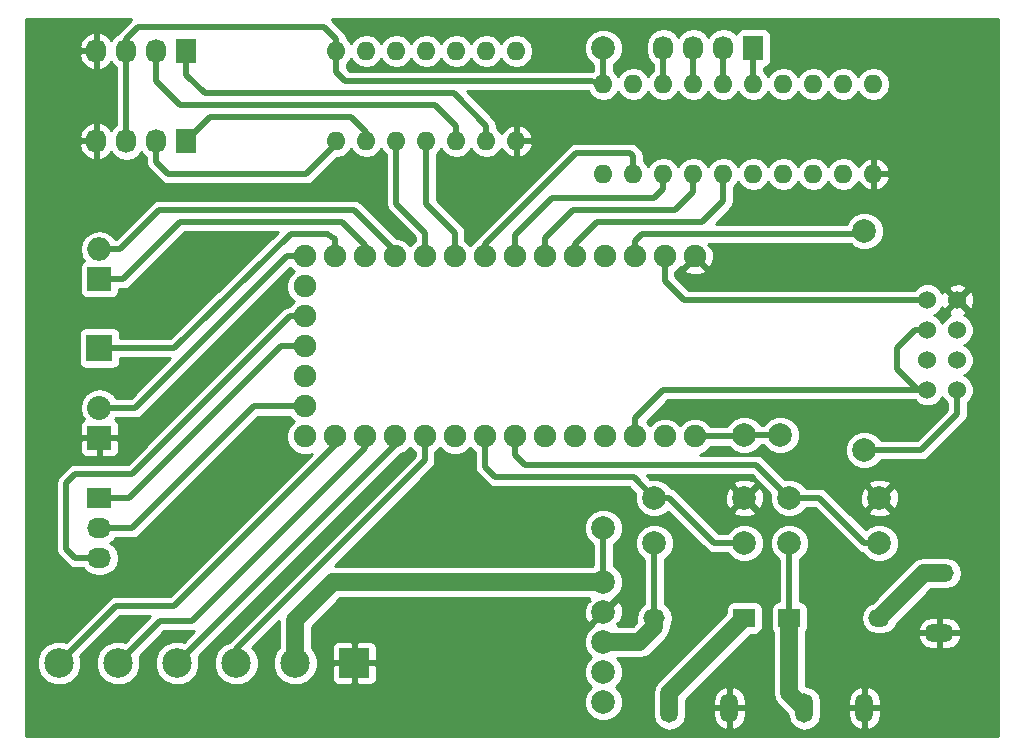
<source format=gbr>
G04 #@! TF.FileFunction,Copper,L1,Top,Signal*
%FSLAX46Y46*%
G04 Gerber Fmt 4.6, Leading zero omitted, Abs format (unit mm)*
G04 Created by KiCad (PCBNEW 4.0.2+dfsg1-stable) date jeu. 25 août 2016 10:45:24 CEST*
%MOMM*%
G01*
G04 APERTURE LIST*
%ADD10C,0.100000*%
%ADD11C,1.524000*%
%ADD12R,2.032000X2.032000*%
%ADD13O,2.032000X2.032000*%
%ADD14R,2.032000X1.727200*%
%ADD15O,2.032000X1.727200*%
%ADD16C,1.998980*%
%ADD17R,1.824000X1.524000*%
%ADD18O,1.824000X1.524000*%
%ADD19R,1.727200X2.032000*%
%ADD20O,1.727200X2.032000*%
%ADD21O,1.600000X1.600000*%
%ADD22R,2.235200X2.235200*%
%ADD23C,2.500000*%
%ADD24R,2.500000X2.500000*%
%ADD25O,2.499360X1.501140*%
%ADD26O,1.501140X2.499360*%
%ADD27C,1.900000*%
%ADD28C,2.000000*%
%ADD29R,2.000000X2.000000*%
%ADD30O,2.000000X2.000000*%
%ADD31C,0.500000*%
%ADD32C,1.500000*%
%ADD33C,0.254000*%
G04 APERTURE END LIST*
D10*
D11*
X73520300Y30734000D03*
X73520300Y28194000D03*
X73520300Y25654000D03*
X73520300Y23114000D03*
X76060300Y30734000D03*
X76060300Y28194000D03*
X76060300Y25654000D03*
X76060300Y23114000D03*
D12*
X3416300Y19050000D03*
D13*
X3416300Y21590000D03*
D14*
X3416300Y13970000D03*
D15*
X3416300Y11430000D03*
X3416300Y8890000D03*
D16*
X61836300Y10160000D03*
X69456300Y10160000D03*
X61836300Y13970000D03*
X69456300Y13970000D03*
X50406300Y10160000D03*
X58026300Y10160000D03*
X50406300Y13970000D03*
X58026300Y13970000D03*
D17*
X61836300Y3810000D03*
D18*
X69456300Y3810000D03*
D17*
X58026300Y3810000D03*
D18*
X50406300Y3810000D03*
D19*
X58788300Y52070000D03*
D20*
X56248300Y52070000D03*
X53708300Y52070000D03*
X51168300Y52070000D03*
D21*
X46088300Y41402000D03*
X48628300Y41402000D03*
X51168300Y41402000D03*
X53708300Y41402000D03*
X56248300Y41402000D03*
X58788300Y41402000D03*
X61328300Y41402000D03*
X63868300Y41402000D03*
X66408300Y41402000D03*
X68948300Y41402000D03*
X68948300Y49022000D03*
X66408300Y49022000D03*
X63868300Y49022000D03*
X61328300Y49022000D03*
X58788300Y49022000D03*
X56248300Y49022000D03*
X53708300Y49022000D03*
X51168300Y49022000D03*
X48628300Y49022000D03*
X46088300Y49022000D03*
D22*
X3416300Y26670000D03*
D21*
X23482300Y44196000D03*
X26022300Y44196000D03*
X28562300Y44196000D03*
X31102300Y44196000D03*
X33642300Y44196000D03*
X36182300Y44196000D03*
X38722300Y44196000D03*
X38722300Y51816000D03*
X36182300Y51816000D03*
X33642300Y51816000D03*
X31102300Y51816000D03*
X28562300Y51816000D03*
X26022300Y51816000D03*
X23482300Y51816000D03*
D23*
X6300Y0D03*
X5006300Y0D03*
X10006300Y0D03*
X15006300Y0D03*
D24*
X25006300Y0D03*
D23*
X20006300Y0D03*
D25*
X74536300Y7620000D03*
X74536300Y2540000D03*
D26*
X63106300Y-3810000D03*
X68186300Y-3810000D03*
X51676300Y-3810000D03*
X56756300Y-3810000D03*
D27*
X51308000Y34417000D03*
X48768000Y34417000D03*
X46228000Y34417000D03*
X43688000Y34417000D03*
X41148000Y34417000D03*
X38608000Y34417000D03*
X36068000Y34417000D03*
X33528000Y34417000D03*
X30988000Y34417000D03*
X28448000Y34417000D03*
X25908000Y34417000D03*
X23368000Y34417000D03*
X20828000Y34417000D03*
X20828000Y19177000D03*
X23368000Y19177000D03*
X25908000Y19177000D03*
X28448000Y19177000D03*
X30988000Y19177000D03*
X33528000Y19177000D03*
X36068000Y19177000D03*
X38608000Y19177000D03*
X41148000Y19177000D03*
X43688000Y19177000D03*
X46228000Y19177000D03*
X48768000Y19177000D03*
X51308000Y19177000D03*
X53848000Y19177000D03*
X53848000Y34417000D03*
X20828000Y21717000D03*
X20828000Y24257000D03*
X20828000Y26797000D03*
X20828000Y29337000D03*
X20828000Y31877000D03*
D28*
X46088300Y6858000D03*
X46088300Y4318000D03*
X46088300Y1778000D03*
X46088300Y-762000D03*
X46088300Y-3302000D03*
D19*
X10782300Y51816000D03*
D20*
X8242300Y51816000D03*
X5702300Y51816000D03*
X3162300Y51816000D03*
D19*
X10782300Y44196000D03*
D20*
X8242300Y44196000D03*
X5702300Y44196000D03*
X3162300Y44196000D03*
D29*
X3416300Y32512000D03*
D30*
X3416300Y35020000D03*
D28*
X68186300Y36576000D03*
X68186300Y18034000D03*
X61074300Y19304000D03*
X46088300Y11430000D03*
X46088300Y52070000D03*
X58026300Y19304000D03*
D31*
X73520300Y30734000D02*
X52946300Y30734000D01*
X51308000Y32372300D02*
X51308000Y34417000D01*
X52946300Y30734000D02*
X51308000Y32372300D01*
X73520300Y23114000D02*
X72758300Y23114000D01*
X72758300Y23114000D02*
X70980300Y24892000D01*
X72504300Y28194000D02*
X73520300Y28194000D01*
X70980300Y26670000D02*
X72504300Y28194000D01*
X70980300Y24892000D02*
X70980300Y26670000D01*
X48768000Y19177000D02*
X48768000Y20713700D01*
X51168300Y23114000D02*
X73520300Y23114000D01*
X48768000Y20713700D02*
X51168300Y23114000D01*
X76060300Y23114000D02*
X76060300Y21082000D01*
X48768000Y35699700D02*
X48768000Y34417000D01*
X49390300Y36322000D02*
X48768000Y35699700D01*
X67932300Y36322000D02*
X49390300Y36322000D01*
X68186300Y36576000D02*
X67932300Y36322000D01*
X73012300Y18034000D02*
X68186300Y18034000D01*
X76060300Y21082000D02*
X73012300Y18034000D01*
X48768000Y34417000D02*
X48768000Y35191700D01*
X20828000Y34417000D02*
X19291300Y34417000D01*
X6464300Y21590000D02*
X3416300Y21590000D01*
X19291300Y34417000D02*
X6464300Y21590000D01*
X20828000Y21717000D02*
X16497300Y21717000D01*
X6210300Y11430000D02*
X3416300Y11430000D01*
X16497300Y21717000D02*
X6210300Y11430000D01*
X20828000Y29337000D02*
X19545300Y29337000D01*
X1384300Y8890000D02*
X3416300Y8890000D01*
X622300Y9652000D02*
X1384300Y8890000D01*
X622300Y15240000D02*
X622300Y9652000D01*
X1384300Y16002000D02*
X622300Y15240000D01*
X6210300Y16002000D02*
X1384300Y16002000D01*
X19545300Y29337000D02*
X6210300Y16002000D01*
D32*
X61836300Y3810000D02*
X61836300Y-2540000D01*
X61836300Y-2540000D02*
X63106300Y-3810000D01*
D31*
X61836300Y10160000D02*
X61836300Y3810000D01*
X61836300Y13970000D02*
X59042300Y16764000D01*
X38608000Y17640300D02*
X38608000Y19177000D01*
X39484300Y16764000D02*
X38608000Y17640300D01*
X39992300Y16764000D02*
X39484300Y16764000D01*
X59042300Y16764000D02*
X39992300Y16764000D01*
X69456300Y10160000D02*
X68186300Y10160000D01*
X64376300Y13970000D02*
X61836300Y13970000D01*
X68186300Y10160000D02*
X64376300Y13970000D01*
D32*
X50406300Y3810000D02*
X50406300Y3048000D01*
X50406300Y3048000D02*
X49136300Y1778000D01*
X49136300Y1778000D02*
X46088300Y1778000D01*
D31*
X50406300Y3810000D02*
X50406300Y10160000D01*
X50406300Y13970000D02*
X50406300Y13985998D01*
X50406300Y13985998D02*
X48644298Y15748000D01*
X36068000Y16624300D02*
X36068000Y19177000D01*
X36944300Y15748000D02*
X36068000Y16624300D01*
X48644298Y15748000D02*
X36944300Y15748000D01*
X58026300Y10160000D02*
X55486300Y10160000D01*
X51676300Y13970000D02*
X50406300Y13970000D01*
X55486300Y10160000D02*
X51676300Y13970000D01*
D32*
X74536300Y7620000D02*
X73266300Y7620000D01*
X73266300Y7620000D02*
X69456300Y3810000D01*
X51676300Y-3810000D02*
X51676300Y-2540000D01*
X51676300Y-2540000D02*
X58026300Y3810000D01*
D31*
X58788300Y49022000D02*
X58788300Y52070000D01*
X56248300Y49022000D02*
X56248300Y52070000D01*
X53708300Y49022000D02*
X53708300Y52070000D01*
X51168300Y49022000D02*
X51168300Y52070000D01*
X51422300Y51816000D02*
X51168300Y52070000D01*
X36068000Y34417000D02*
X36068000Y35445700D01*
X48628300Y42926000D02*
X48628300Y41402000D01*
X48374300Y43180000D02*
X48628300Y42926000D01*
X43802300Y43180000D02*
X48374300Y43180000D01*
X36068000Y35445700D02*
X43802300Y43180000D01*
X38608000Y34417000D02*
X38608000Y36207700D01*
X51168300Y40132000D02*
X51168300Y41402000D01*
X50406300Y39370000D02*
X51168300Y40132000D01*
X41770300Y39370000D02*
X50406300Y39370000D01*
X38608000Y36207700D02*
X41770300Y39370000D01*
X41148000Y34417000D02*
X41148000Y35953700D01*
X53708300Y39878000D02*
X53708300Y41402000D01*
X52152304Y38322004D02*
X53708300Y39878000D01*
X43516304Y38322004D02*
X52152304Y38322004D01*
X41148000Y35953700D02*
X43516304Y38322004D01*
X41148000Y34417000D02*
X41148000Y34429700D01*
X43688000Y34417000D02*
X43688000Y35445700D01*
X56248300Y39116000D02*
X56248300Y41402000D01*
X54454302Y37322002D02*
X56248300Y39116000D01*
X45564302Y37322002D02*
X54454302Y37322002D01*
X43688000Y35445700D02*
X45564302Y37322002D01*
X46088300Y6858000D02*
X46088300Y11430000D01*
X61074300Y19304000D02*
X58026300Y19304000D01*
X46088300Y49022000D02*
X46088300Y52070000D01*
X57899300Y19177000D02*
X53848000Y19177000D01*
X58026300Y19304000D02*
X57899300Y19177000D01*
X23482300Y51816000D02*
X23482300Y50038000D01*
X45072300Y49276000D02*
X46088300Y49022000D01*
X24244300Y49276000D02*
X45072300Y49276000D01*
X23482300Y50038000D02*
X24244300Y49276000D01*
X5702300Y51816000D02*
X5702300Y44196000D01*
X23482300Y51816000D02*
X23482300Y52832000D01*
X6718300Y53848000D02*
X5702300Y52832000D01*
X22466300Y53848000D02*
X6718300Y53848000D01*
X23482300Y52832000D02*
X22466300Y53848000D01*
X5702300Y52832000D02*
X5702300Y51816000D01*
D32*
X46088300Y6858000D02*
X23228300Y6858000D01*
X20006300Y3636000D02*
X20006300Y0D01*
X23228300Y6858000D02*
X20006300Y3636000D01*
D31*
X3416300Y26670000D02*
X9766300Y26670000D01*
X23368000Y35928300D02*
X23368000Y34417000D01*
X22720300Y36322000D02*
X23368000Y35928300D01*
X19672300Y36322000D02*
X22720300Y36322000D01*
X9766300Y26670000D02*
X19672300Y36322000D01*
X26022300Y44196000D02*
X26022300Y44958000D01*
X26022300Y44958000D02*
X24752300Y46228000D01*
X12814300Y46228000D02*
X10782300Y44196000D01*
X24752300Y46228000D02*
X12814300Y46228000D01*
X26022300Y44450000D02*
X26022300Y44196000D01*
X23482300Y44196000D02*
X23482300Y43942000D01*
X23482300Y43942000D02*
X20942300Y41402000D01*
X20942300Y41402000D02*
X9258300Y41402000D01*
X9258300Y41402000D02*
X8242300Y42418000D01*
X8242300Y42418000D02*
X8242300Y44196000D01*
X36182300Y44196000D02*
X36182300Y45466000D01*
X10782300Y49784000D02*
X10782300Y51816000D01*
X12322298Y48244002D02*
X10782300Y49784000D01*
X33404298Y48244002D02*
X12322298Y48244002D01*
X36182300Y45466000D02*
X33404298Y48244002D01*
X11290300Y51308000D02*
X10782300Y51816000D01*
X33642300Y44196000D02*
X33642300Y45466000D01*
X8242300Y49276000D02*
X8242300Y51816000D01*
X10274300Y47244000D02*
X8242300Y49276000D01*
X31864300Y47244000D02*
X10274300Y47244000D01*
X33642300Y45466000D02*
X31864300Y47244000D01*
X25908000Y34417000D02*
X25908000Y35420300D01*
X5448300Y32512000D02*
X3416300Y32512000D01*
X10274300Y37338000D02*
X5448300Y32512000D01*
X23990300Y37338000D02*
X10274300Y37338000D01*
X25908000Y35420300D02*
X23990300Y37338000D01*
X28448000Y34417000D02*
X28448000Y34912300D01*
X28448000Y34912300D02*
X25006300Y38354000D01*
X25006300Y38354000D02*
X8496300Y38354000D01*
X8496300Y38354000D02*
X5162300Y35020000D01*
X5162300Y35020000D02*
X3416300Y35020000D01*
X3670300Y35306000D02*
X3416300Y35560000D01*
X30988000Y34417000D02*
X30988000Y36436300D01*
X28562300Y38862000D02*
X28562300Y44196000D01*
X30988000Y36436300D02*
X28562300Y38862000D01*
X33528000Y34417000D02*
X33528000Y36436300D01*
X31102300Y38862000D02*
X31102300Y44196000D01*
X33528000Y36436300D02*
X31102300Y38862000D01*
X28448000Y19177000D02*
X28448000Y18441700D01*
X28448000Y18441700D02*
X10006300Y0D01*
X30988000Y19177000D02*
X30988000Y17157700D01*
X30988000Y17157700D02*
X15006300Y1176000D01*
X15006300Y1176000D02*
X15006300Y0D01*
X20828000Y26797000D02*
X18783300Y26797000D01*
X5956300Y13970000D02*
X3416300Y13970000D01*
X18783300Y26797000D02*
X5956300Y13970000D01*
X23368000Y19177000D02*
X23368000Y18427700D01*
X23368000Y18427700D02*
X9766300Y4826000D01*
X9766300Y4826000D02*
X4832300Y4826000D01*
X4832300Y4826000D02*
X6300Y0D01*
X25908000Y19177000D02*
X25908000Y18173700D01*
X8562300Y3556000D02*
X5006300Y0D01*
X11290300Y3556000D02*
X8562300Y3556000D01*
X25908000Y18173700D02*
X11290300Y3556000D01*
X25908000Y19177000D02*
X25895300Y19177000D01*
D33*
G36*
X6092510Y54473790D02*
X6092508Y54473787D01*
X5076510Y53457790D01*
X4946789Y53263648D01*
X4642630Y53060415D01*
X4435839Y52750931D01*
X4064336Y53166732D01*
X3537091Y53420709D01*
X3521326Y53423358D01*
X3289300Y53302217D01*
X3289300Y51943000D01*
X3309300Y51943000D01*
X3309300Y51689000D01*
X3289300Y51689000D01*
X3289300Y50329783D01*
X3521326Y50208642D01*
X3537091Y50211291D01*
X4064336Y50465268D01*
X4435839Y50881069D01*
X4642630Y50571585D01*
X4817300Y50454874D01*
X4817300Y45557126D01*
X4642630Y45440415D01*
X4435839Y45130931D01*
X4064336Y45546732D01*
X3537091Y45800709D01*
X3521326Y45803358D01*
X3289300Y45682217D01*
X3289300Y44323000D01*
X3309300Y44323000D01*
X3309300Y44069000D01*
X3289300Y44069000D01*
X3289300Y42709783D01*
X3521326Y42588642D01*
X3537091Y42591291D01*
X4064336Y42845268D01*
X4435839Y43261069D01*
X4642630Y42951585D01*
X5128811Y42626729D01*
X5702300Y42512655D01*
X6275789Y42626729D01*
X6761970Y42951585D01*
X6972300Y43266366D01*
X7182630Y42951585D01*
X7357300Y42834874D01*
X7357300Y42418005D01*
X7357299Y42418000D01*
X7389298Y42257134D01*
X7424667Y42079325D01*
X7616510Y41792210D01*
X8632508Y40776213D01*
X8632510Y40776210D01*
X8919625Y40584367D01*
X8975816Y40573190D01*
X9258300Y40516999D01*
X9258305Y40517000D01*
X20942295Y40517000D01*
X20942300Y40516999D01*
X21224784Y40573190D01*
X21280975Y40584367D01*
X21568090Y40776210D01*
X23535311Y42743431D01*
X24031451Y42842120D01*
X24496998Y43153189D01*
X24752300Y43535275D01*
X25007602Y43153189D01*
X25473149Y42842120D01*
X26022300Y42732887D01*
X26571451Y42842120D01*
X27036998Y43153189D01*
X27292300Y43535275D01*
X27547602Y43153189D01*
X27677300Y43066527D01*
X27677300Y38862005D01*
X27677299Y38862000D01*
X27733490Y38579516D01*
X27744667Y38523325D01*
X27857806Y38354000D01*
X27936510Y38236210D01*
X30103000Y36069721D01*
X30103000Y35766298D01*
X30091343Y35761481D01*
X29717739Y35388529D01*
X29347003Y35759914D01*
X28764659Y36001724D01*
X28610020Y36001859D01*
X25632090Y38979790D01*
X25511497Y39060367D01*
X25344975Y39171633D01*
X25288784Y39182810D01*
X25006300Y39239001D01*
X25006295Y39239000D01*
X8496305Y39239000D01*
X8496300Y39239001D01*
X8213816Y39182810D01*
X8157625Y39171633D01*
X7870510Y38979790D01*
X7870508Y38979787D01*
X4795720Y35905000D01*
X4785608Y35905000D01*
X4604452Y36176120D01*
X4074019Y36530543D01*
X3448332Y36655000D01*
X3384268Y36655000D01*
X2758581Y36530543D01*
X2228148Y36176120D01*
X1873725Y35645687D01*
X1749268Y35020000D01*
X1873725Y34394313D01*
X2096550Y34060831D01*
X1964859Y33976090D01*
X1819869Y33763890D01*
X1768860Y33512000D01*
X1768860Y31512000D01*
X1813138Y31276683D01*
X1952210Y31060559D01*
X2164410Y30915569D01*
X2416300Y30864560D01*
X4416300Y30864560D01*
X4651617Y30908838D01*
X4867741Y31047910D01*
X5012731Y31260110D01*
X5063740Y31512000D01*
X5063740Y31627000D01*
X5448295Y31627000D01*
X5448300Y31626999D01*
X5730784Y31683190D01*
X5786975Y31694367D01*
X6074090Y31886210D01*
X10640879Y36453000D01*
X18538594Y36453000D01*
X9406436Y27555000D01*
X5181340Y27555000D01*
X5181340Y27787600D01*
X5137062Y28022917D01*
X4997990Y28239041D01*
X4785790Y28384031D01*
X4533900Y28435040D01*
X2298700Y28435040D01*
X2063383Y28390762D01*
X1847259Y28251690D01*
X1702269Y28039490D01*
X1651260Y27787600D01*
X1651260Y25552400D01*
X1695538Y25317083D01*
X1834610Y25100959D01*
X2046810Y24955969D01*
X2298700Y24904960D01*
X4533900Y24904960D01*
X4769217Y24949238D01*
X4985341Y25088310D01*
X5130331Y25300510D01*
X5181340Y25552400D01*
X5181340Y25785000D01*
X9407720Y25785000D01*
X6097720Y22475000D01*
X4804794Y22475000D01*
X4616078Y22757433D01*
X4080455Y23115325D01*
X3448645Y23241000D01*
X3383955Y23241000D01*
X2752145Y23115325D01*
X2216522Y22757433D01*
X1858630Y22221810D01*
X1732955Y21590000D01*
X1858630Y20958190D01*
X2083266Y20621999D01*
X2040602Y20604327D01*
X1861973Y20425699D01*
X1765300Y20192310D01*
X1765300Y19335750D01*
X1924050Y19177000D01*
X3289300Y19177000D01*
X3289300Y19197000D01*
X3543300Y19197000D01*
X3543300Y19177000D01*
X4908550Y19177000D01*
X5067300Y19335750D01*
X5067300Y20192310D01*
X4970627Y20425699D01*
X4791998Y20604327D01*
X4749334Y20621999D01*
X4804794Y20705000D01*
X6464295Y20705000D01*
X6464300Y20704999D01*
X6752239Y20762275D01*
X6802975Y20772367D01*
X7090090Y20964210D01*
X19564799Y33438920D01*
X19856471Y33146739D01*
X19485086Y32776003D01*
X19243276Y32193659D01*
X19242725Y31563107D01*
X19483519Y30980343D01*
X19856471Y30606739D01*
X19485086Y30236003D01*
X19473327Y30207684D01*
X19262816Y30165810D01*
X19206625Y30154633D01*
X18919510Y29962790D01*
X18919508Y29962787D01*
X5843720Y16887000D01*
X1384305Y16887000D01*
X1384300Y16887001D01*
X1101816Y16830810D01*
X1045625Y16819633D01*
X758510Y16627790D01*
X758508Y16627787D01*
X-3490Y15865790D01*
X-195333Y15578675D01*
X-195333Y15578674D01*
X-262701Y15240000D01*
X-262700Y15239995D01*
X-262700Y9652005D01*
X-262701Y9652000D01*
X-235606Y9515789D01*
X-195333Y9313325D01*
X-141613Y9232927D01*
X-3490Y9026210D01*
X758508Y8264213D01*
X758510Y8264210D01*
X1045625Y8072367D01*
X1101816Y8061190D01*
X1384300Y8004999D01*
X1384305Y8005000D01*
X2055174Y8005000D01*
X2171885Y7830330D01*
X2658066Y7505474D01*
X3231555Y7391400D01*
X3601045Y7391400D01*
X4174534Y7505474D01*
X4660715Y7830330D01*
X4985571Y8316511D01*
X5099645Y8890000D01*
X4985571Y9463489D01*
X4660715Y9949670D01*
X4345934Y10160000D01*
X4660715Y10370330D01*
X4777426Y10545000D01*
X6210295Y10545000D01*
X6210300Y10544999D01*
X6492784Y10601190D01*
X6548975Y10612367D01*
X6836090Y10804210D01*
X16863879Y20832000D01*
X19478702Y20832000D01*
X19483519Y20820343D01*
X19856471Y20446739D01*
X19485086Y20076003D01*
X19243276Y19493659D01*
X19242725Y18863107D01*
X19483519Y18280343D01*
X19928997Y17834086D01*
X20511341Y17592276D01*
X21141893Y17591725D01*
X21378006Y17689285D01*
X9399720Y5711000D01*
X4832305Y5711000D01*
X4832300Y5711001D01*
X4549816Y5654810D01*
X4493625Y5643633D01*
X4206510Y5451790D01*
X4206508Y5451787D01*
X564135Y1809415D01*
X382895Y1884672D01*
X-367005Y1885326D01*
X-1060072Y1598957D01*
X-1590793Y1069161D01*
X-1878372Y376595D01*
X-1879026Y-373305D01*
X-1592657Y-1066372D01*
X-1062861Y-1597093D01*
X-370295Y-1884672D01*
X379605Y-1885326D01*
X1072672Y-1598957D01*
X1603393Y-1069161D01*
X1890972Y-376595D01*
X1891626Y373305D01*
X1815478Y557598D01*
X5198879Y3941000D01*
X7695721Y3941000D01*
X5564135Y1809415D01*
X5382895Y1884672D01*
X4632995Y1885326D01*
X3939928Y1598957D01*
X3409207Y1069161D01*
X3121628Y376595D01*
X3120974Y-373305D01*
X3407343Y-1066372D01*
X3937139Y-1597093D01*
X4629705Y-1884672D01*
X5379605Y-1885326D01*
X6072672Y-1598957D01*
X6603393Y-1069161D01*
X6890972Y-376595D01*
X6891626Y373305D01*
X6815478Y557598D01*
X8928879Y2671000D01*
X11290295Y2671000D01*
X11290300Y2670999D01*
X11459345Y2704625D01*
X10564135Y1809415D01*
X10382895Y1884672D01*
X9632995Y1885326D01*
X8939928Y1598957D01*
X8409207Y1069161D01*
X8121628Y376595D01*
X8120974Y-373305D01*
X8407343Y-1066372D01*
X8937139Y-1597093D01*
X9629705Y-1884672D01*
X10379605Y-1885326D01*
X11072672Y-1598957D01*
X11603393Y-1069161D01*
X11890972Y-376595D01*
X11891626Y373305D01*
X11815478Y557598D01*
X28911365Y17653486D01*
X29344657Y17832519D01*
X29718261Y18205471D01*
X30088997Y17834086D01*
X30103000Y17828271D01*
X30103000Y17524279D01*
X14380510Y1801790D01*
X14361322Y1773073D01*
X13939928Y1598957D01*
X13409207Y1069161D01*
X13121628Y376595D01*
X13120974Y-373305D01*
X13407343Y-1066372D01*
X13937139Y-1597093D01*
X14629705Y-1884672D01*
X15379605Y-1885326D01*
X16072672Y-1598957D01*
X16603393Y-1069161D01*
X16890972Y-376595D01*
X16891626Y373305D01*
X16605257Y1066372D01*
X16376954Y1295074D01*
X18621300Y3539420D01*
X18621300Y1280884D01*
X18409207Y1069161D01*
X18121628Y376595D01*
X18120974Y-373305D01*
X18407343Y-1066372D01*
X18937139Y-1597093D01*
X19629705Y-1884672D01*
X20379605Y-1885326D01*
X21072672Y-1598957D01*
X21603393Y-1069161D01*
X21890972Y-376595D01*
X21891051Y-285750D01*
X23121300Y-285750D01*
X23121300Y-1376310D01*
X23217973Y-1609699D01*
X23396602Y-1788327D01*
X23629991Y-1885000D01*
X24720550Y-1885000D01*
X24879300Y-1726250D01*
X24879300Y-127000D01*
X25133300Y-127000D01*
X25133300Y-1726250D01*
X25292050Y-1885000D01*
X26382609Y-1885000D01*
X26615998Y-1788327D01*
X26794627Y-1609699D01*
X26891300Y-1376310D01*
X26891300Y-285750D01*
X26732550Y-127000D01*
X25133300Y-127000D01*
X24879300Y-127000D01*
X23280050Y-127000D01*
X23121300Y-285750D01*
X21891051Y-285750D01*
X21891626Y373305D01*
X21605257Y1066372D01*
X21391300Y1280703D01*
X21391300Y1376310D01*
X23121300Y1376310D01*
X23121300Y285750D01*
X23280050Y127000D01*
X24879300Y127000D01*
X24879300Y1726250D01*
X25133300Y1726250D01*
X25133300Y127000D01*
X26732550Y127000D01*
X26891300Y285750D01*
X26891300Y1376310D01*
X26859035Y1454205D01*
X44453016Y1454205D01*
X44701406Y853057D01*
X45046059Y507801D01*
X44703022Y165363D01*
X44453584Y-435352D01*
X44453016Y-1085795D01*
X44701406Y-1686943D01*
X45046059Y-2032199D01*
X44703022Y-2374637D01*
X44453584Y-2975352D01*
X44453016Y-3625795D01*
X44701406Y-4226943D01*
X45160937Y-4687278D01*
X45761652Y-4936716D01*
X46412095Y-4937284D01*
X47013243Y-4688894D01*
X47473578Y-4229363D01*
X47723016Y-3628648D01*
X47723325Y-3273967D01*
X50290730Y-3273967D01*
X50290730Y-4346033D01*
X50396200Y-4876268D01*
X50696554Y-5325779D01*
X51146065Y-5626133D01*
X51676300Y-5731603D01*
X52206535Y-5626133D01*
X52656046Y-5325779D01*
X52956400Y-4876268D01*
X53061870Y-4346033D01*
X53061870Y-3937000D01*
X55370730Y-3937000D01*
X55370730Y-4436110D01*
X55524801Y-4956677D01*
X55866356Y-5378658D01*
X56343397Y-5637810D01*
X56415025Y-5651993D01*
X56629300Y-5529339D01*
X56629300Y-3937000D01*
X56883300Y-3937000D01*
X56883300Y-5529339D01*
X57097575Y-5651993D01*
X57169203Y-5637810D01*
X57646244Y-5378658D01*
X57987799Y-4956677D01*
X58141870Y-4436110D01*
X58141870Y-3937000D01*
X56883300Y-3937000D01*
X56629300Y-3937000D01*
X55370730Y-3937000D01*
X53061870Y-3937000D01*
X53061870Y-3273967D01*
X53061300Y-3271101D01*
X53061300Y-3183890D01*
X55370730Y-3183890D01*
X55370730Y-3683000D01*
X56629300Y-3683000D01*
X56629300Y-2090661D01*
X56883300Y-2090661D01*
X56883300Y-3683000D01*
X58141870Y-3683000D01*
X58141870Y-3183890D01*
X57987799Y-2663323D01*
X57646244Y-2241342D01*
X57169203Y-1982190D01*
X57097575Y-1968007D01*
X56883300Y-2090661D01*
X56629300Y-2090661D01*
X56415025Y-1968007D01*
X56343397Y-1982190D01*
X55866356Y-2241342D01*
X55524801Y-2663323D01*
X55370730Y-3183890D01*
X53061300Y-3183890D01*
X53061300Y-3113686D01*
X58575546Y2400560D01*
X58938300Y2400560D01*
X59173617Y2444838D01*
X59389741Y2583910D01*
X59534731Y2796110D01*
X59585740Y3048000D01*
X59585740Y4572000D01*
X59541462Y4807317D01*
X59402390Y5023441D01*
X59190190Y5168431D01*
X58938300Y5219440D01*
X57114300Y5219440D01*
X56878983Y5175162D01*
X56662859Y5036090D01*
X56517869Y4823890D01*
X56466860Y4572000D01*
X56466860Y4209246D01*
X50696957Y-1560657D01*
X50396727Y-2009983D01*
X50291300Y-2540000D01*
X50291300Y-3271101D01*
X50290730Y-3273967D01*
X47723325Y-3273967D01*
X47723584Y-2978205D01*
X47475194Y-2377057D01*
X47130541Y-2031801D01*
X47473578Y-1689363D01*
X47723016Y-1088648D01*
X47723584Y-438205D01*
X47475194Y162943D01*
X47245539Y393000D01*
X49136300Y393000D01*
X49666317Y498427D01*
X50115643Y798657D01*
X51385643Y2068657D01*
X51424691Y2127097D01*
X51685873Y2517983D01*
X51791300Y3048000D01*
X51791300Y3146731D01*
X51877268Y3275391D01*
X51983608Y3810000D01*
X51877268Y4344609D01*
X51574436Y4797828D01*
X51291300Y4987014D01*
X51291300Y8757153D01*
X51330955Y8773538D01*
X51791146Y9232927D01*
X52040506Y9833453D01*
X52041074Y10483694D01*
X51792762Y11084655D01*
X51333373Y11544846D01*
X50732847Y11794206D01*
X50082606Y11794774D01*
X49481645Y11546462D01*
X49021454Y11087073D01*
X48772094Y10486547D01*
X48771526Y9836306D01*
X49019838Y9235345D01*
X49479227Y8775154D01*
X49521300Y8757684D01*
X49521300Y4987014D01*
X49238164Y4797828D01*
X48935332Y4344609D01*
X48828992Y3810000D01*
X48892141Y3492527D01*
X48562614Y3163000D01*
X47287320Y3163000D01*
X47355114Y3230794D01*
X47240834Y3345074D01*
X47507687Y3443736D01*
X47734208Y4053461D01*
X47710156Y4703460D01*
X47507687Y5192264D01*
X47240832Y5290927D01*
X46267905Y4318000D01*
X46282048Y4303857D01*
X46102443Y4124252D01*
X46088300Y4138395D01*
X45115373Y3165468D01*
X45128464Y3130062D01*
X44703022Y2705363D01*
X44453584Y2104648D01*
X44453016Y1454205D01*
X26859035Y1454205D01*
X26794627Y1609699D01*
X26615998Y1788327D01*
X26382609Y1885000D01*
X25292050Y1885000D01*
X25133300Y1726250D01*
X24879300Y1726250D01*
X24720550Y1885000D01*
X23629991Y1885000D01*
X23396602Y1788327D01*
X23217973Y1609699D01*
X23121300Y1376310D01*
X21391300Y1376310D01*
X21391300Y3062314D01*
X23801986Y5473000D01*
X44889280Y5473000D01*
X44821486Y5405206D01*
X44935766Y5290926D01*
X44668913Y5192264D01*
X44442392Y4582539D01*
X44466444Y3932540D01*
X44668913Y3443736D01*
X44935768Y3345073D01*
X45908695Y4318000D01*
X45894553Y4332142D01*
X46074158Y4511747D01*
X46088300Y4497605D01*
X47061227Y5470532D01*
X47048136Y5505938D01*
X47473578Y5930637D01*
X47723016Y6531352D01*
X47723584Y7181795D01*
X47475194Y7782943D01*
X47015663Y8243278D01*
X46973300Y8260869D01*
X46973300Y10026602D01*
X47013243Y10043106D01*
X47473578Y10502637D01*
X47723016Y11103352D01*
X47723584Y11753795D01*
X47475194Y12354943D01*
X47015663Y12815278D01*
X46414948Y13064716D01*
X45764505Y13065284D01*
X45163357Y12816894D01*
X44703022Y12357363D01*
X44453584Y11756648D01*
X44453016Y11106205D01*
X44701406Y10505057D01*
X45160937Y10044722D01*
X45203300Y10027131D01*
X45203300Y8261398D01*
X45163357Y8244894D01*
X45161460Y8243000D01*
X23324880Y8243000D01*
X31613787Y16531908D01*
X31613790Y16531910D01*
X31805633Y16819025D01*
X31819154Y16887001D01*
X31873001Y17157700D01*
X31873000Y17157705D01*
X31873000Y17827702D01*
X31884657Y17832519D01*
X32258261Y18205471D01*
X32628997Y17834086D01*
X33211341Y17592276D01*
X33841893Y17591725D01*
X34424657Y17832519D01*
X34798261Y18205471D01*
X35168997Y17834086D01*
X35183000Y17828271D01*
X35183000Y16624305D01*
X35182999Y16624300D01*
X35232830Y16373790D01*
X35250367Y16285625D01*
X35383301Y16086674D01*
X35442210Y15998510D01*
X36318508Y15122213D01*
X36318510Y15122210D01*
X36605625Y14930367D01*
X36944300Y14863000D01*
X48277718Y14863000D01*
X48793242Y14347477D01*
X48772094Y14296547D01*
X48771526Y13646306D01*
X49019838Y13045345D01*
X49479227Y12585154D01*
X50079753Y12335794D01*
X50729994Y12335226D01*
X51330955Y12583538D01*
X51571278Y12823442D01*
X54860508Y9534213D01*
X54860510Y9534210D01*
X55147625Y9342367D01*
X55203816Y9331190D01*
X55486300Y9274999D01*
X55486305Y9275000D01*
X56623453Y9275000D01*
X56639838Y9235345D01*
X57099227Y8775154D01*
X57699753Y8525794D01*
X58349994Y8525226D01*
X58950955Y8773538D01*
X59411146Y9232927D01*
X59660506Y9833453D01*
X59660508Y9836306D01*
X60201526Y9836306D01*
X60449838Y9235345D01*
X60909227Y8775154D01*
X60951300Y8757684D01*
X60951300Y5219440D01*
X60924300Y5219440D01*
X60688983Y5175162D01*
X60472859Y5036090D01*
X60327869Y4823890D01*
X60276860Y4572000D01*
X60276860Y3048000D01*
X60321138Y2812683D01*
X60451300Y2610406D01*
X60451300Y-2540000D01*
X60556727Y-3070017D01*
X60856957Y-3519343D01*
X61729938Y-4392324D01*
X61826200Y-4876268D01*
X62126554Y-5325779D01*
X62576065Y-5626133D01*
X63106300Y-5731603D01*
X63636535Y-5626133D01*
X64086046Y-5325779D01*
X64386400Y-4876268D01*
X64491870Y-4346033D01*
X64491870Y-3937000D01*
X66800730Y-3937000D01*
X66800730Y-4436110D01*
X66954801Y-4956677D01*
X67296356Y-5378658D01*
X67773397Y-5637810D01*
X67845025Y-5651993D01*
X68059300Y-5529339D01*
X68059300Y-3937000D01*
X68313300Y-3937000D01*
X68313300Y-5529339D01*
X68527575Y-5651993D01*
X68599203Y-5637810D01*
X69076244Y-5378658D01*
X69417799Y-4956677D01*
X69571870Y-4436110D01*
X69571870Y-3937000D01*
X68313300Y-3937000D01*
X68059300Y-3937000D01*
X66800730Y-3937000D01*
X64491870Y-3937000D01*
X64491870Y-3273967D01*
X64473953Y-3183890D01*
X66800730Y-3183890D01*
X66800730Y-3683000D01*
X68059300Y-3683000D01*
X68059300Y-2090661D01*
X68313300Y-2090661D01*
X68313300Y-3683000D01*
X69571870Y-3683000D01*
X69571870Y-3183890D01*
X69417799Y-2663323D01*
X69076244Y-2241342D01*
X68599203Y-1982190D01*
X68527575Y-1968007D01*
X68313300Y-2090661D01*
X68059300Y-2090661D01*
X67845025Y-1968007D01*
X67773397Y-1982190D01*
X67296356Y-2241342D01*
X66954801Y-2663323D01*
X66800730Y-3183890D01*
X64473953Y-3183890D01*
X64386400Y-2743732D01*
X64086046Y-2294221D01*
X63636535Y-1993867D01*
X63221300Y-1911272D01*
X63221300Y2198725D01*
X72694307Y2198725D01*
X72708490Y2127097D01*
X72967642Y1650056D01*
X73389623Y1308501D01*
X73910190Y1154430D01*
X74409300Y1154430D01*
X74409300Y2413000D01*
X74663300Y2413000D01*
X74663300Y1154430D01*
X75162410Y1154430D01*
X75682977Y1308501D01*
X76104958Y1650056D01*
X76364110Y2127097D01*
X76378293Y2198725D01*
X76255639Y2413000D01*
X74663300Y2413000D01*
X74409300Y2413000D01*
X72816961Y2413000D01*
X72694307Y2198725D01*
X63221300Y2198725D01*
X63221300Y2615463D01*
X63344731Y2796110D01*
X63395740Y3048000D01*
X63395740Y3810000D01*
X67878992Y3810000D01*
X67985332Y3275391D01*
X68288164Y2822172D01*
X68741383Y2519340D01*
X69275992Y2413000D01*
X69636608Y2413000D01*
X70171217Y2519340D01*
X70624436Y2822172D01*
X70663927Y2881275D01*
X72694307Y2881275D01*
X72816961Y2667000D01*
X74409300Y2667000D01*
X74409300Y3925570D01*
X74663300Y3925570D01*
X74663300Y2667000D01*
X76255639Y2667000D01*
X76378293Y2881275D01*
X76364110Y2952903D01*
X76104958Y3429944D01*
X75682977Y3771499D01*
X75162410Y3925570D01*
X74663300Y3925570D01*
X74409300Y3925570D01*
X73910190Y3925570D01*
X73389623Y3771499D01*
X72967642Y3429944D01*
X72708490Y2952903D01*
X72694307Y2881275D01*
X70663927Y2881275D01*
X70927268Y3275391D01*
X70938911Y3333925D01*
X73839986Y6235000D01*
X73997401Y6235000D01*
X74000267Y6234430D01*
X75072333Y6234430D01*
X75602568Y6339900D01*
X76052079Y6640254D01*
X76352433Y7089765D01*
X76457903Y7620000D01*
X76352433Y8150235D01*
X76052079Y8599746D01*
X75602568Y8900100D01*
X75072333Y9005570D01*
X74000267Y9005570D01*
X73997401Y9005000D01*
X73266300Y9005000D01*
X72736284Y8899574D01*
X72286957Y8599343D01*
X68799917Y5112303D01*
X68741383Y5100660D01*
X68288164Y4797828D01*
X67985332Y4344609D01*
X67878992Y3810000D01*
X63395740Y3810000D01*
X63395740Y4572000D01*
X63351462Y4807317D01*
X63212390Y5023441D01*
X63000190Y5168431D01*
X62748300Y5219440D01*
X62721300Y5219440D01*
X62721300Y8757153D01*
X62760955Y8773538D01*
X63221146Y9232927D01*
X63470506Y9833453D01*
X63471074Y10483694D01*
X63222762Y11084655D01*
X62763373Y11544846D01*
X62162847Y11794206D01*
X61512606Y11794774D01*
X60911645Y11546462D01*
X60451454Y11087073D01*
X60202094Y10486547D01*
X60201526Y9836306D01*
X59660508Y9836306D01*
X59661074Y10483694D01*
X59412762Y11084655D01*
X58953373Y11544846D01*
X58352847Y11794206D01*
X57702606Y11794774D01*
X57101645Y11546462D01*
X56641454Y11087073D01*
X56623984Y11045000D01*
X55852879Y11045000D01*
X54080043Y12817837D01*
X57053743Y12817837D01*
X57152342Y12551035D01*
X57761882Y12324599D01*
X58411677Y12348659D01*
X58900258Y12551035D01*
X58998857Y12817837D01*
X58026300Y13790395D01*
X57053743Y12817837D01*
X54080043Y12817837D01*
X52663462Y14234418D01*
X56380899Y14234418D01*
X56404959Y13584623D01*
X56607335Y13096042D01*
X56874137Y12997443D01*
X57846695Y13970000D01*
X58205905Y13970000D01*
X59178463Y12997443D01*
X59445265Y13096042D01*
X59671701Y13705582D01*
X59647641Y14355377D01*
X59445265Y14843958D01*
X59178463Y14942557D01*
X58205905Y13970000D01*
X57846695Y13970000D01*
X56874137Y14942557D01*
X56607335Y14843958D01*
X56380899Y14234418D01*
X52663462Y14234418D01*
X52302090Y14595790D01*
X52274522Y14614210D01*
X52014975Y14787633D01*
X51934548Y14803631D01*
X51821043Y14826209D01*
X51792762Y14894655D01*
X51565651Y15122163D01*
X57053743Y15122163D01*
X58026300Y14149605D01*
X58998857Y15122163D01*
X58900258Y15388965D01*
X58290718Y15615401D01*
X57640923Y15591341D01*
X57152342Y15388965D01*
X57053743Y15122163D01*
X51565651Y15122163D01*
X51333373Y15354846D01*
X50732847Y15604206D01*
X50082606Y15604774D01*
X50051823Y15592055D01*
X49764878Y15879000D01*
X58675720Y15879000D01*
X60218548Y14336173D01*
X60202094Y14296547D01*
X60201526Y13646306D01*
X60449838Y13045345D01*
X60909227Y12585154D01*
X61509753Y12335794D01*
X62159994Y12335226D01*
X62760955Y12583538D01*
X63221146Y13042927D01*
X63238616Y13085000D01*
X64009720Y13085000D01*
X67560508Y9534213D01*
X67560510Y9534210D01*
X67847625Y9342367D01*
X67903816Y9331190D01*
X68041557Y9303791D01*
X68069838Y9235345D01*
X68529227Y8775154D01*
X69129753Y8525794D01*
X69779994Y8525226D01*
X70380955Y8773538D01*
X70841146Y9232927D01*
X71090506Y9833453D01*
X71091074Y10483694D01*
X70842762Y11084655D01*
X70383373Y11544846D01*
X69782847Y11794206D01*
X69132606Y11794774D01*
X68531645Y11546462D01*
X68291322Y11306557D01*
X66780043Y12817837D01*
X68483743Y12817837D01*
X68582342Y12551035D01*
X69191882Y12324599D01*
X69841677Y12348659D01*
X70330258Y12551035D01*
X70428857Y12817837D01*
X69456300Y13790395D01*
X68483743Y12817837D01*
X66780043Y12817837D01*
X65363462Y14234418D01*
X67810899Y14234418D01*
X67834959Y13584623D01*
X68037335Y13096042D01*
X68304137Y12997443D01*
X69276695Y13970000D01*
X69635905Y13970000D01*
X70608463Y12997443D01*
X70875265Y13096042D01*
X71101701Y13705582D01*
X71077641Y14355377D01*
X70875265Y14843958D01*
X70608463Y14942557D01*
X69635905Y13970000D01*
X69276695Y13970000D01*
X68304137Y14942557D01*
X68037335Y14843958D01*
X67810899Y14234418D01*
X65363462Y14234418D01*
X65002090Y14595790D01*
X64974522Y14614210D01*
X64714975Y14787633D01*
X64634548Y14803631D01*
X64376300Y14855001D01*
X64376295Y14855000D01*
X63239147Y14855000D01*
X63222762Y14894655D01*
X62995651Y15122163D01*
X68483743Y15122163D01*
X69456300Y14149605D01*
X70428857Y15122163D01*
X70330258Y15388965D01*
X69720718Y15615401D01*
X69070923Y15591341D01*
X68582342Y15388965D01*
X68483743Y15122163D01*
X62995651Y15122163D01*
X62763373Y15354846D01*
X62162847Y15604206D01*
X61512606Y15604774D01*
X61470502Y15587377D01*
X59668090Y17389790D01*
X59590052Y17441933D01*
X59380975Y17581633D01*
X59324784Y17592810D01*
X59042300Y17649001D01*
X59042295Y17649000D01*
X54300509Y17649000D01*
X54744657Y17832519D01*
X55190914Y18277997D01*
X55196729Y18292000D01*
X56726311Y18292000D01*
X57098937Y17918722D01*
X57699652Y17669284D01*
X58350095Y17668716D01*
X58951243Y17917106D01*
X59411578Y18376637D01*
X59429169Y18419000D01*
X59670902Y18419000D01*
X59687406Y18379057D01*
X60146937Y17918722D01*
X60747652Y17669284D01*
X61398095Y17668716D01*
X61999243Y17917106D01*
X62459578Y18376637D01*
X62709016Y18977352D01*
X62709584Y19627795D01*
X62461194Y20228943D01*
X62001663Y20689278D01*
X61400948Y20938716D01*
X60750505Y20939284D01*
X60149357Y20690894D01*
X59689022Y20231363D01*
X59671431Y20189000D01*
X59429698Y20189000D01*
X59413194Y20228943D01*
X58953663Y20689278D01*
X58352948Y20938716D01*
X57702505Y20939284D01*
X57101357Y20690894D01*
X56641022Y20231363D01*
X56570697Y20062000D01*
X55197298Y20062000D01*
X55192481Y20073657D01*
X54747003Y20519914D01*
X54164659Y20761724D01*
X53534107Y20762275D01*
X52951343Y20521481D01*
X52577739Y20148529D01*
X52207003Y20519914D01*
X51624659Y20761724D01*
X50994107Y20762275D01*
X50411343Y20521481D01*
X50037739Y20148529D01*
X49746329Y20440449D01*
X51534879Y22229000D01*
X72429822Y22229000D01*
X72727930Y21930371D01*
X73241200Y21717243D01*
X73796961Y21716758D01*
X74310603Y21928990D01*
X74703929Y22321630D01*
X74790249Y22529512D01*
X74875290Y22323697D01*
X75175300Y22023163D01*
X75175300Y21448579D01*
X72645720Y18919000D01*
X69589698Y18919000D01*
X69573194Y18958943D01*
X69113663Y19419278D01*
X68512948Y19668716D01*
X67862505Y19669284D01*
X67261357Y19420894D01*
X66801022Y18961363D01*
X66551584Y18360648D01*
X66551016Y17710205D01*
X66799406Y17109057D01*
X67258937Y16648722D01*
X67859652Y16399284D01*
X68510095Y16398716D01*
X69111243Y16647106D01*
X69571578Y17106637D01*
X69589169Y17149000D01*
X73012295Y17149000D01*
X73012300Y17148999D01*
X73294784Y17205190D01*
X73350975Y17216367D01*
X73638090Y17408210D01*
X76686087Y20456208D01*
X76686090Y20456210D01*
X76877933Y20743325D01*
X76920673Y20958190D01*
X76945301Y21082000D01*
X76945300Y21082005D01*
X76945300Y22023522D01*
X77243929Y22321630D01*
X77457057Y22834900D01*
X77457542Y23390661D01*
X77245310Y23904303D01*
X76852670Y24297629D01*
X76644788Y24383949D01*
X76850603Y24468990D01*
X77243929Y24861630D01*
X77457057Y25374900D01*
X77457542Y25930661D01*
X77245310Y26444303D01*
X76852670Y26837629D01*
X76644788Y26923949D01*
X76850603Y27008990D01*
X77243929Y27401630D01*
X77457057Y27914900D01*
X77457542Y28470661D01*
X77245310Y28984303D01*
X76852670Y29377629D01*
X76660573Y29457395D01*
X76791443Y29511603D01*
X76860908Y29753787D01*
X76060300Y30554395D01*
X75259692Y29753787D01*
X75329157Y29511603D01*
X75469618Y29461491D01*
X75269997Y29379010D01*
X74876671Y28986370D01*
X74790351Y28778488D01*
X74705310Y28984303D01*
X74312670Y29377629D01*
X74104788Y29463949D01*
X74310603Y29548990D01*
X74703929Y29941630D01*
X74783695Y30133727D01*
X74837903Y30002857D01*
X75080087Y29933392D01*
X75880695Y30734000D01*
X76239905Y30734000D01*
X77040513Y29933392D01*
X77282697Y30002857D01*
X77469444Y30526302D01*
X77441662Y31081368D01*
X77282697Y31465143D01*
X77040513Y31534608D01*
X76239905Y30734000D01*
X75880695Y30734000D01*
X75080087Y31534608D01*
X74837903Y31465143D01*
X74787791Y31324682D01*
X74705310Y31524303D01*
X74515732Y31714213D01*
X75259692Y31714213D01*
X76060300Y30913605D01*
X76860908Y31714213D01*
X76791443Y31956397D01*
X76267998Y32143144D01*
X75712932Y32115362D01*
X75329157Y31956397D01*
X75259692Y31714213D01*
X74515732Y31714213D01*
X74312670Y31917629D01*
X73799400Y32130757D01*
X73243639Y32131242D01*
X72729997Y31919010D01*
X72429463Y31619000D01*
X53312879Y31619000D01*
X52193000Y32738880D01*
X52193000Y33067702D01*
X52204657Y33072519D01*
X52433186Y33300650D01*
X52911255Y33300650D01*
X53003792Y33038981D01*
X53595398Y32820812D01*
X54225461Y32845648D01*
X54692208Y33038981D01*
X54784745Y33300650D01*
X53848000Y34237395D01*
X52911255Y33300650D01*
X52433186Y33300650D01*
X52644116Y33511211D01*
X52731650Y33480255D01*
X53668395Y34417000D01*
X53654253Y34431142D01*
X53833858Y34610747D01*
X53848000Y34596605D01*
X53862143Y34610747D01*
X54041748Y34431142D01*
X54027605Y34417000D01*
X54964350Y33480255D01*
X55226019Y33572792D01*
X55444188Y34164398D01*
X55419352Y34794461D01*
X55226019Y35261208D01*
X54964352Y35353744D01*
X55047608Y35437000D01*
X67013089Y35437000D01*
X67258937Y35190722D01*
X67859652Y34941284D01*
X68510095Y34940716D01*
X69111243Y35189106D01*
X69571578Y35648637D01*
X69821016Y36249352D01*
X69821584Y36899795D01*
X69573194Y37500943D01*
X69113663Y37961278D01*
X68512948Y38210716D01*
X67862505Y38211284D01*
X67261357Y37962894D01*
X66801022Y37503363D01*
X66677962Y37207000D01*
X55590880Y37207000D01*
X56874087Y38490208D01*
X56874090Y38490210D01*
X57065933Y38777325D01*
X57133300Y39116000D01*
X57133300Y40272527D01*
X57262998Y40359189D01*
X57518300Y40741275D01*
X57773602Y40359189D01*
X58239149Y40048120D01*
X58788300Y39938887D01*
X59337451Y40048120D01*
X59802998Y40359189D01*
X60058300Y40741275D01*
X60313602Y40359189D01*
X60779149Y40048120D01*
X61328300Y39938887D01*
X61877451Y40048120D01*
X62342998Y40359189D01*
X62598300Y40741275D01*
X62853602Y40359189D01*
X63319149Y40048120D01*
X63868300Y39938887D01*
X64417451Y40048120D01*
X64882998Y40359189D01*
X65138300Y40741275D01*
X65393602Y40359189D01*
X65859149Y40048120D01*
X66408300Y39938887D01*
X66957451Y40048120D01*
X67422998Y40359189D01*
X67693286Y40763703D01*
X67795911Y40546866D01*
X68210877Y40170959D01*
X68599261Y40010096D01*
X68821300Y40132085D01*
X68821300Y41275000D01*
X69075300Y41275000D01*
X69075300Y40132085D01*
X69297339Y40010096D01*
X69685723Y40170959D01*
X70100689Y40546866D01*
X70340214Y41052959D01*
X70218929Y41275000D01*
X69075300Y41275000D01*
X68821300Y41275000D01*
X68801300Y41275000D01*
X68801300Y41529000D01*
X68821300Y41529000D01*
X68821300Y42671915D01*
X69075300Y42671915D01*
X69075300Y41529000D01*
X70218929Y41529000D01*
X70340214Y41751041D01*
X70100689Y42257134D01*
X69685723Y42633041D01*
X69297339Y42793904D01*
X69075300Y42671915D01*
X68821300Y42671915D01*
X68599261Y42793904D01*
X68210877Y42633041D01*
X67795911Y42257134D01*
X67693286Y42040297D01*
X67422998Y42444811D01*
X66957451Y42755880D01*
X66408300Y42865113D01*
X65859149Y42755880D01*
X65393602Y42444811D01*
X65138300Y42062725D01*
X64882998Y42444811D01*
X64417451Y42755880D01*
X63868300Y42865113D01*
X63319149Y42755880D01*
X62853602Y42444811D01*
X62598300Y42062725D01*
X62342998Y42444811D01*
X61877451Y42755880D01*
X61328300Y42865113D01*
X60779149Y42755880D01*
X60313602Y42444811D01*
X60058300Y42062725D01*
X59802998Y42444811D01*
X59337451Y42755880D01*
X58788300Y42865113D01*
X58239149Y42755880D01*
X57773602Y42444811D01*
X57518300Y42062725D01*
X57262998Y42444811D01*
X56797451Y42755880D01*
X56248300Y42865113D01*
X55699149Y42755880D01*
X55233602Y42444811D01*
X54978300Y42062725D01*
X54722998Y42444811D01*
X54257451Y42755880D01*
X53708300Y42865113D01*
X53159149Y42755880D01*
X52693602Y42444811D01*
X52438300Y42062725D01*
X52182998Y42444811D01*
X51717451Y42755880D01*
X51168300Y42865113D01*
X50619149Y42755880D01*
X50153602Y42444811D01*
X49898300Y42062725D01*
X49642998Y42444811D01*
X49513300Y42531473D01*
X49513300Y42925995D01*
X49513301Y42926000D01*
X49445933Y43264675D01*
X49434571Y43281680D01*
X49254090Y43551790D01*
X49254087Y43551792D01*
X49000090Y43805790D01*
X48922960Y43857326D01*
X48712975Y43997633D01*
X48644493Y44011255D01*
X48374300Y44065001D01*
X48374295Y44065000D01*
X43802305Y44065000D01*
X43802300Y44065001D01*
X43532107Y44011255D01*
X43463625Y43997633D01*
X43176510Y43805790D01*
X43176508Y43805787D01*
X35442210Y36071490D01*
X35259374Y35797855D01*
X35171343Y35761481D01*
X34797739Y35388529D01*
X34427003Y35759914D01*
X34413000Y35765729D01*
X34413000Y36436295D01*
X34413001Y36436300D01*
X34345633Y36774974D01*
X34345633Y36774975D01*
X34153790Y37062090D01*
X34153787Y37062092D01*
X31987300Y39228580D01*
X31987300Y43066527D01*
X32116998Y43153189D01*
X32372300Y43535275D01*
X32627602Y43153189D01*
X33093149Y42842120D01*
X33642300Y42732887D01*
X34191451Y42842120D01*
X34656998Y43153189D01*
X34912300Y43535275D01*
X35167602Y43153189D01*
X35633149Y42842120D01*
X36182300Y42732887D01*
X36731451Y42842120D01*
X37196998Y43153189D01*
X37467286Y43557703D01*
X37569911Y43340866D01*
X37984877Y42964959D01*
X38373261Y42804096D01*
X38595300Y42926085D01*
X38595300Y44069000D01*
X38849300Y44069000D01*
X38849300Y42926085D01*
X39071339Y42804096D01*
X39459723Y42964959D01*
X39874689Y43340866D01*
X40114214Y43846959D01*
X39992929Y44069000D01*
X38849300Y44069000D01*
X38595300Y44069000D01*
X38575300Y44069000D01*
X38575300Y44323000D01*
X38595300Y44323000D01*
X38595300Y45465915D01*
X38849300Y45465915D01*
X38849300Y44323000D01*
X39992929Y44323000D01*
X40114214Y44545041D01*
X39874689Y45051134D01*
X39459723Y45427041D01*
X39071339Y45587904D01*
X38849300Y45465915D01*
X38595300Y45465915D01*
X38373261Y45587904D01*
X37984877Y45427041D01*
X37569911Y45051134D01*
X37467286Y44834297D01*
X37196998Y45238811D01*
X37067300Y45325473D01*
X37067300Y45465995D01*
X37067301Y45466000D01*
X36999933Y45804675D01*
X36943371Y45889326D01*
X36808090Y46091790D01*
X36808087Y46091792D01*
X34508880Y48391000D01*
X44798438Y48391000D01*
X45073602Y47979189D01*
X45539149Y47668120D01*
X46088300Y47558887D01*
X46637451Y47668120D01*
X47102998Y47979189D01*
X47358300Y48361275D01*
X47613602Y47979189D01*
X48079149Y47668120D01*
X48628300Y47558887D01*
X49177451Y47668120D01*
X49642998Y47979189D01*
X49898300Y48361275D01*
X50153602Y47979189D01*
X50619149Y47668120D01*
X51168300Y47558887D01*
X51717451Y47668120D01*
X52182998Y47979189D01*
X52438300Y48361275D01*
X52693602Y47979189D01*
X53159149Y47668120D01*
X53708300Y47558887D01*
X54257451Y47668120D01*
X54722998Y47979189D01*
X54978300Y48361275D01*
X55233602Y47979189D01*
X55699149Y47668120D01*
X56248300Y47558887D01*
X56797451Y47668120D01*
X57262998Y47979189D01*
X57518300Y48361275D01*
X57773602Y47979189D01*
X58239149Y47668120D01*
X58788300Y47558887D01*
X59337451Y47668120D01*
X59802998Y47979189D01*
X60058300Y48361275D01*
X60313602Y47979189D01*
X60779149Y47668120D01*
X61328300Y47558887D01*
X61877451Y47668120D01*
X62342998Y47979189D01*
X62598300Y48361275D01*
X62853602Y47979189D01*
X63319149Y47668120D01*
X63868300Y47558887D01*
X64417451Y47668120D01*
X64882998Y47979189D01*
X65138300Y48361275D01*
X65393602Y47979189D01*
X65859149Y47668120D01*
X66408300Y47558887D01*
X66957451Y47668120D01*
X67422998Y47979189D01*
X67678300Y48361275D01*
X67933602Y47979189D01*
X68399149Y47668120D01*
X68948300Y47558887D01*
X69497451Y47668120D01*
X69962998Y47979189D01*
X70274067Y48444736D01*
X70383300Y48993887D01*
X70383300Y49050113D01*
X70274067Y49599264D01*
X69962998Y50064811D01*
X69497451Y50375880D01*
X68948300Y50485113D01*
X68399149Y50375880D01*
X67933602Y50064811D01*
X67678300Y49682725D01*
X67422998Y50064811D01*
X66957451Y50375880D01*
X66408300Y50485113D01*
X65859149Y50375880D01*
X65393602Y50064811D01*
X65138300Y49682725D01*
X64882998Y50064811D01*
X64417451Y50375880D01*
X63868300Y50485113D01*
X63319149Y50375880D01*
X62853602Y50064811D01*
X62598300Y49682725D01*
X62342998Y50064811D01*
X61877451Y50375880D01*
X61328300Y50485113D01*
X60779149Y50375880D01*
X60313602Y50064811D01*
X60058300Y49682725D01*
X59802998Y50064811D01*
X59673300Y50151473D01*
X59673300Y50410587D01*
X59887217Y50450838D01*
X60103341Y50589910D01*
X60248331Y50802110D01*
X60299340Y51054000D01*
X60299340Y53086000D01*
X60255062Y53321317D01*
X60115990Y53537441D01*
X59903790Y53682431D01*
X59651900Y53733440D01*
X57924700Y53733440D01*
X57689383Y53689162D01*
X57473259Y53550090D01*
X57328269Y53337890D01*
X57319900Y53296561D01*
X57307970Y53314415D01*
X56821789Y53639271D01*
X56248300Y53753345D01*
X55674811Y53639271D01*
X55188630Y53314415D01*
X54978300Y52999634D01*
X54767970Y53314415D01*
X54281789Y53639271D01*
X53708300Y53753345D01*
X53134811Y53639271D01*
X52648630Y53314415D01*
X52438300Y52999634D01*
X52227970Y53314415D01*
X51741789Y53639271D01*
X51168300Y53753345D01*
X50594811Y53639271D01*
X50108630Y53314415D01*
X49783774Y52828234D01*
X49669700Y52254745D01*
X49669700Y51885255D01*
X49783774Y51311766D01*
X50108630Y50825585D01*
X50283300Y50708874D01*
X50283300Y50151473D01*
X50153602Y50064811D01*
X49898300Y49682725D01*
X49642998Y50064811D01*
X49177451Y50375880D01*
X48628300Y50485113D01*
X48079149Y50375880D01*
X47613602Y50064811D01*
X47358300Y49682725D01*
X47102998Y50064811D01*
X46973300Y50151473D01*
X46973300Y50666602D01*
X47013243Y50683106D01*
X47473578Y51142637D01*
X47723016Y51743352D01*
X47723584Y52393795D01*
X47475194Y52994943D01*
X47015663Y53455278D01*
X46414948Y53704716D01*
X45764505Y53705284D01*
X45163357Y53456894D01*
X44703022Y52997363D01*
X44453584Y52396648D01*
X44453016Y51746205D01*
X44701406Y51145057D01*
X45160937Y50684722D01*
X45203300Y50667131D01*
X45203300Y50151473D01*
X45185408Y50139517D01*
X45178645Y50139846D01*
X45072300Y50161000D01*
X24610879Y50161000D01*
X24367300Y50404580D01*
X24367300Y50686527D01*
X24496998Y50773189D01*
X24752300Y51155275D01*
X25007602Y50773189D01*
X25473149Y50462120D01*
X26022300Y50352887D01*
X26571451Y50462120D01*
X27036998Y50773189D01*
X27292300Y51155275D01*
X27547602Y50773189D01*
X28013149Y50462120D01*
X28562300Y50352887D01*
X29111451Y50462120D01*
X29576998Y50773189D01*
X29832300Y51155275D01*
X30087602Y50773189D01*
X30553149Y50462120D01*
X31102300Y50352887D01*
X31651451Y50462120D01*
X32116998Y50773189D01*
X32372300Y51155275D01*
X32627602Y50773189D01*
X33093149Y50462120D01*
X33642300Y50352887D01*
X34191451Y50462120D01*
X34656998Y50773189D01*
X34912300Y51155275D01*
X35167602Y50773189D01*
X35633149Y50462120D01*
X36182300Y50352887D01*
X36731451Y50462120D01*
X37196998Y50773189D01*
X37452300Y51155275D01*
X37707602Y50773189D01*
X38173149Y50462120D01*
X38722300Y50352887D01*
X39271451Y50462120D01*
X39736998Y50773189D01*
X40048067Y51238736D01*
X40157300Y51787887D01*
X40157300Y51844113D01*
X40048067Y52393264D01*
X39736998Y52858811D01*
X39271451Y53169880D01*
X38722300Y53279113D01*
X38173149Y53169880D01*
X37707602Y52858811D01*
X37452300Y52476725D01*
X37196998Y52858811D01*
X36731451Y53169880D01*
X36182300Y53279113D01*
X35633149Y53169880D01*
X35167602Y52858811D01*
X34912300Y52476725D01*
X34656998Y52858811D01*
X34191451Y53169880D01*
X33642300Y53279113D01*
X33093149Y53169880D01*
X32627602Y52858811D01*
X32372300Y52476725D01*
X32116998Y52858811D01*
X31651451Y53169880D01*
X31102300Y53279113D01*
X30553149Y53169880D01*
X30087602Y52858811D01*
X29832300Y52476725D01*
X29576998Y52858811D01*
X29111451Y53169880D01*
X28562300Y53279113D01*
X28013149Y53169880D01*
X27547602Y52858811D01*
X27292300Y52476725D01*
X27036998Y52858811D01*
X26571451Y53169880D01*
X26022300Y53279113D01*
X25473149Y53169880D01*
X25007602Y52858811D01*
X24752300Y52476725D01*
X24496998Y52858811D01*
X24341270Y52962866D01*
X24299933Y53170674D01*
X24299933Y53170675D01*
X24108090Y53457790D01*
X24108087Y53457792D01*
X23092090Y54473790D01*
X23078306Y54483000D01*
X79489300Y54483000D01*
X79489300Y-6223000D01*
X-2806700Y-6223000D01*
X-2806700Y18764250D01*
X1765300Y18764250D01*
X1765300Y17907690D01*
X1861973Y17674301D01*
X2040602Y17495673D01*
X2273991Y17399000D01*
X3130550Y17399000D01*
X3289300Y17557750D01*
X3289300Y18923000D01*
X3543300Y18923000D01*
X3543300Y17557750D01*
X3702050Y17399000D01*
X4558609Y17399000D01*
X4791998Y17495673D01*
X4970627Y17674301D01*
X5067300Y17907690D01*
X5067300Y18764250D01*
X4908550Y18923000D01*
X3543300Y18923000D01*
X3289300Y18923000D01*
X1924050Y18923000D01*
X1765300Y18764250D01*
X-2806700Y18764250D01*
X-2806700Y43834087D01*
X1677116Y43834087D01*
X1870346Y43281680D01*
X2260264Y42845268D01*
X2787509Y42591291D01*
X2803274Y42588642D01*
X3035300Y42709783D01*
X3035300Y44069000D01*
X1821376Y44069000D01*
X1677116Y43834087D01*
X-2806700Y43834087D01*
X-2806700Y44557913D01*
X1677116Y44557913D01*
X1821376Y44323000D01*
X3035300Y44323000D01*
X3035300Y45682217D01*
X2803274Y45803358D01*
X2787509Y45800709D01*
X2260264Y45546732D01*
X1870346Y45110320D01*
X1677116Y44557913D01*
X-2806700Y44557913D01*
X-2806700Y51454087D01*
X1677116Y51454087D01*
X1870346Y50901680D01*
X2260264Y50465268D01*
X2787509Y50211291D01*
X2803274Y50208642D01*
X3035300Y50329783D01*
X3035300Y51689000D01*
X1821376Y51689000D01*
X1677116Y51454087D01*
X-2806700Y51454087D01*
X-2806700Y52177913D01*
X1677116Y52177913D01*
X1821376Y51943000D01*
X3035300Y51943000D01*
X3035300Y53302217D01*
X2803274Y53423358D01*
X2787509Y53420709D01*
X2260264Y53166732D01*
X1870346Y52730320D01*
X1677116Y52177913D01*
X-2806700Y52177913D01*
X-2806700Y54483000D01*
X6106294Y54483000D01*
X6092510Y54473790D01*
X6092510Y54473790D01*
G37*
X6092510Y54473790D02*
X6092508Y54473787D01*
X5076510Y53457790D01*
X4946789Y53263648D01*
X4642630Y53060415D01*
X4435839Y52750931D01*
X4064336Y53166732D01*
X3537091Y53420709D01*
X3521326Y53423358D01*
X3289300Y53302217D01*
X3289300Y51943000D01*
X3309300Y51943000D01*
X3309300Y51689000D01*
X3289300Y51689000D01*
X3289300Y50329783D01*
X3521326Y50208642D01*
X3537091Y50211291D01*
X4064336Y50465268D01*
X4435839Y50881069D01*
X4642630Y50571585D01*
X4817300Y50454874D01*
X4817300Y45557126D01*
X4642630Y45440415D01*
X4435839Y45130931D01*
X4064336Y45546732D01*
X3537091Y45800709D01*
X3521326Y45803358D01*
X3289300Y45682217D01*
X3289300Y44323000D01*
X3309300Y44323000D01*
X3309300Y44069000D01*
X3289300Y44069000D01*
X3289300Y42709783D01*
X3521326Y42588642D01*
X3537091Y42591291D01*
X4064336Y42845268D01*
X4435839Y43261069D01*
X4642630Y42951585D01*
X5128811Y42626729D01*
X5702300Y42512655D01*
X6275789Y42626729D01*
X6761970Y42951585D01*
X6972300Y43266366D01*
X7182630Y42951585D01*
X7357300Y42834874D01*
X7357300Y42418005D01*
X7357299Y42418000D01*
X7389298Y42257134D01*
X7424667Y42079325D01*
X7616510Y41792210D01*
X8632508Y40776213D01*
X8632510Y40776210D01*
X8919625Y40584367D01*
X8975816Y40573190D01*
X9258300Y40516999D01*
X9258305Y40517000D01*
X20942295Y40517000D01*
X20942300Y40516999D01*
X21224784Y40573190D01*
X21280975Y40584367D01*
X21568090Y40776210D01*
X23535311Y42743431D01*
X24031451Y42842120D01*
X24496998Y43153189D01*
X24752300Y43535275D01*
X25007602Y43153189D01*
X25473149Y42842120D01*
X26022300Y42732887D01*
X26571451Y42842120D01*
X27036998Y43153189D01*
X27292300Y43535275D01*
X27547602Y43153189D01*
X27677300Y43066527D01*
X27677300Y38862005D01*
X27677299Y38862000D01*
X27733490Y38579516D01*
X27744667Y38523325D01*
X27857806Y38354000D01*
X27936510Y38236210D01*
X30103000Y36069721D01*
X30103000Y35766298D01*
X30091343Y35761481D01*
X29717739Y35388529D01*
X29347003Y35759914D01*
X28764659Y36001724D01*
X28610020Y36001859D01*
X25632090Y38979790D01*
X25511497Y39060367D01*
X25344975Y39171633D01*
X25288784Y39182810D01*
X25006300Y39239001D01*
X25006295Y39239000D01*
X8496305Y39239000D01*
X8496300Y39239001D01*
X8213816Y39182810D01*
X8157625Y39171633D01*
X7870510Y38979790D01*
X7870508Y38979787D01*
X4795720Y35905000D01*
X4785608Y35905000D01*
X4604452Y36176120D01*
X4074019Y36530543D01*
X3448332Y36655000D01*
X3384268Y36655000D01*
X2758581Y36530543D01*
X2228148Y36176120D01*
X1873725Y35645687D01*
X1749268Y35020000D01*
X1873725Y34394313D01*
X2096550Y34060831D01*
X1964859Y33976090D01*
X1819869Y33763890D01*
X1768860Y33512000D01*
X1768860Y31512000D01*
X1813138Y31276683D01*
X1952210Y31060559D01*
X2164410Y30915569D01*
X2416300Y30864560D01*
X4416300Y30864560D01*
X4651617Y30908838D01*
X4867741Y31047910D01*
X5012731Y31260110D01*
X5063740Y31512000D01*
X5063740Y31627000D01*
X5448295Y31627000D01*
X5448300Y31626999D01*
X5730784Y31683190D01*
X5786975Y31694367D01*
X6074090Y31886210D01*
X10640879Y36453000D01*
X18538594Y36453000D01*
X9406436Y27555000D01*
X5181340Y27555000D01*
X5181340Y27787600D01*
X5137062Y28022917D01*
X4997990Y28239041D01*
X4785790Y28384031D01*
X4533900Y28435040D01*
X2298700Y28435040D01*
X2063383Y28390762D01*
X1847259Y28251690D01*
X1702269Y28039490D01*
X1651260Y27787600D01*
X1651260Y25552400D01*
X1695538Y25317083D01*
X1834610Y25100959D01*
X2046810Y24955969D01*
X2298700Y24904960D01*
X4533900Y24904960D01*
X4769217Y24949238D01*
X4985341Y25088310D01*
X5130331Y25300510D01*
X5181340Y25552400D01*
X5181340Y25785000D01*
X9407720Y25785000D01*
X6097720Y22475000D01*
X4804794Y22475000D01*
X4616078Y22757433D01*
X4080455Y23115325D01*
X3448645Y23241000D01*
X3383955Y23241000D01*
X2752145Y23115325D01*
X2216522Y22757433D01*
X1858630Y22221810D01*
X1732955Y21590000D01*
X1858630Y20958190D01*
X2083266Y20621999D01*
X2040602Y20604327D01*
X1861973Y20425699D01*
X1765300Y20192310D01*
X1765300Y19335750D01*
X1924050Y19177000D01*
X3289300Y19177000D01*
X3289300Y19197000D01*
X3543300Y19197000D01*
X3543300Y19177000D01*
X4908550Y19177000D01*
X5067300Y19335750D01*
X5067300Y20192310D01*
X4970627Y20425699D01*
X4791998Y20604327D01*
X4749334Y20621999D01*
X4804794Y20705000D01*
X6464295Y20705000D01*
X6464300Y20704999D01*
X6752239Y20762275D01*
X6802975Y20772367D01*
X7090090Y20964210D01*
X19564799Y33438920D01*
X19856471Y33146739D01*
X19485086Y32776003D01*
X19243276Y32193659D01*
X19242725Y31563107D01*
X19483519Y30980343D01*
X19856471Y30606739D01*
X19485086Y30236003D01*
X19473327Y30207684D01*
X19262816Y30165810D01*
X19206625Y30154633D01*
X18919510Y29962790D01*
X18919508Y29962787D01*
X5843720Y16887000D01*
X1384305Y16887000D01*
X1384300Y16887001D01*
X1101816Y16830810D01*
X1045625Y16819633D01*
X758510Y16627790D01*
X758508Y16627787D01*
X-3490Y15865790D01*
X-195333Y15578675D01*
X-195333Y15578674D01*
X-262701Y15240000D01*
X-262700Y15239995D01*
X-262700Y9652005D01*
X-262701Y9652000D01*
X-235606Y9515789D01*
X-195333Y9313325D01*
X-141613Y9232927D01*
X-3490Y9026210D01*
X758508Y8264213D01*
X758510Y8264210D01*
X1045625Y8072367D01*
X1101816Y8061190D01*
X1384300Y8004999D01*
X1384305Y8005000D01*
X2055174Y8005000D01*
X2171885Y7830330D01*
X2658066Y7505474D01*
X3231555Y7391400D01*
X3601045Y7391400D01*
X4174534Y7505474D01*
X4660715Y7830330D01*
X4985571Y8316511D01*
X5099645Y8890000D01*
X4985571Y9463489D01*
X4660715Y9949670D01*
X4345934Y10160000D01*
X4660715Y10370330D01*
X4777426Y10545000D01*
X6210295Y10545000D01*
X6210300Y10544999D01*
X6492784Y10601190D01*
X6548975Y10612367D01*
X6836090Y10804210D01*
X16863879Y20832000D01*
X19478702Y20832000D01*
X19483519Y20820343D01*
X19856471Y20446739D01*
X19485086Y20076003D01*
X19243276Y19493659D01*
X19242725Y18863107D01*
X19483519Y18280343D01*
X19928997Y17834086D01*
X20511341Y17592276D01*
X21141893Y17591725D01*
X21378006Y17689285D01*
X9399720Y5711000D01*
X4832305Y5711000D01*
X4832300Y5711001D01*
X4549816Y5654810D01*
X4493625Y5643633D01*
X4206510Y5451790D01*
X4206508Y5451787D01*
X564135Y1809415D01*
X382895Y1884672D01*
X-367005Y1885326D01*
X-1060072Y1598957D01*
X-1590793Y1069161D01*
X-1878372Y376595D01*
X-1879026Y-373305D01*
X-1592657Y-1066372D01*
X-1062861Y-1597093D01*
X-370295Y-1884672D01*
X379605Y-1885326D01*
X1072672Y-1598957D01*
X1603393Y-1069161D01*
X1890972Y-376595D01*
X1891626Y373305D01*
X1815478Y557598D01*
X5198879Y3941000D01*
X7695721Y3941000D01*
X5564135Y1809415D01*
X5382895Y1884672D01*
X4632995Y1885326D01*
X3939928Y1598957D01*
X3409207Y1069161D01*
X3121628Y376595D01*
X3120974Y-373305D01*
X3407343Y-1066372D01*
X3937139Y-1597093D01*
X4629705Y-1884672D01*
X5379605Y-1885326D01*
X6072672Y-1598957D01*
X6603393Y-1069161D01*
X6890972Y-376595D01*
X6891626Y373305D01*
X6815478Y557598D01*
X8928879Y2671000D01*
X11290295Y2671000D01*
X11290300Y2670999D01*
X11459345Y2704625D01*
X10564135Y1809415D01*
X10382895Y1884672D01*
X9632995Y1885326D01*
X8939928Y1598957D01*
X8409207Y1069161D01*
X8121628Y376595D01*
X8120974Y-373305D01*
X8407343Y-1066372D01*
X8937139Y-1597093D01*
X9629705Y-1884672D01*
X10379605Y-1885326D01*
X11072672Y-1598957D01*
X11603393Y-1069161D01*
X11890972Y-376595D01*
X11891626Y373305D01*
X11815478Y557598D01*
X28911365Y17653486D01*
X29344657Y17832519D01*
X29718261Y18205471D01*
X30088997Y17834086D01*
X30103000Y17828271D01*
X30103000Y17524279D01*
X14380510Y1801790D01*
X14361322Y1773073D01*
X13939928Y1598957D01*
X13409207Y1069161D01*
X13121628Y376595D01*
X13120974Y-373305D01*
X13407343Y-1066372D01*
X13937139Y-1597093D01*
X14629705Y-1884672D01*
X15379605Y-1885326D01*
X16072672Y-1598957D01*
X16603393Y-1069161D01*
X16890972Y-376595D01*
X16891626Y373305D01*
X16605257Y1066372D01*
X16376954Y1295074D01*
X18621300Y3539420D01*
X18621300Y1280884D01*
X18409207Y1069161D01*
X18121628Y376595D01*
X18120974Y-373305D01*
X18407343Y-1066372D01*
X18937139Y-1597093D01*
X19629705Y-1884672D01*
X20379605Y-1885326D01*
X21072672Y-1598957D01*
X21603393Y-1069161D01*
X21890972Y-376595D01*
X21891051Y-285750D01*
X23121300Y-285750D01*
X23121300Y-1376310D01*
X23217973Y-1609699D01*
X23396602Y-1788327D01*
X23629991Y-1885000D01*
X24720550Y-1885000D01*
X24879300Y-1726250D01*
X24879300Y-127000D01*
X25133300Y-127000D01*
X25133300Y-1726250D01*
X25292050Y-1885000D01*
X26382609Y-1885000D01*
X26615998Y-1788327D01*
X26794627Y-1609699D01*
X26891300Y-1376310D01*
X26891300Y-285750D01*
X26732550Y-127000D01*
X25133300Y-127000D01*
X24879300Y-127000D01*
X23280050Y-127000D01*
X23121300Y-285750D01*
X21891051Y-285750D01*
X21891626Y373305D01*
X21605257Y1066372D01*
X21391300Y1280703D01*
X21391300Y1376310D01*
X23121300Y1376310D01*
X23121300Y285750D01*
X23280050Y127000D01*
X24879300Y127000D01*
X24879300Y1726250D01*
X25133300Y1726250D01*
X25133300Y127000D01*
X26732550Y127000D01*
X26891300Y285750D01*
X26891300Y1376310D01*
X26859035Y1454205D01*
X44453016Y1454205D01*
X44701406Y853057D01*
X45046059Y507801D01*
X44703022Y165363D01*
X44453584Y-435352D01*
X44453016Y-1085795D01*
X44701406Y-1686943D01*
X45046059Y-2032199D01*
X44703022Y-2374637D01*
X44453584Y-2975352D01*
X44453016Y-3625795D01*
X44701406Y-4226943D01*
X45160937Y-4687278D01*
X45761652Y-4936716D01*
X46412095Y-4937284D01*
X47013243Y-4688894D01*
X47473578Y-4229363D01*
X47723016Y-3628648D01*
X47723325Y-3273967D01*
X50290730Y-3273967D01*
X50290730Y-4346033D01*
X50396200Y-4876268D01*
X50696554Y-5325779D01*
X51146065Y-5626133D01*
X51676300Y-5731603D01*
X52206535Y-5626133D01*
X52656046Y-5325779D01*
X52956400Y-4876268D01*
X53061870Y-4346033D01*
X53061870Y-3937000D01*
X55370730Y-3937000D01*
X55370730Y-4436110D01*
X55524801Y-4956677D01*
X55866356Y-5378658D01*
X56343397Y-5637810D01*
X56415025Y-5651993D01*
X56629300Y-5529339D01*
X56629300Y-3937000D01*
X56883300Y-3937000D01*
X56883300Y-5529339D01*
X57097575Y-5651993D01*
X57169203Y-5637810D01*
X57646244Y-5378658D01*
X57987799Y-4956677D01*
X58141870Y-4436110D01*
X58141870Y-3937000D01*
X56883300Y-3937000D01*
X56629300Y-3937000D01*
X55370730Y-3937000D01*
X53061870Y-3937000D01*
X53061870Y-3273967D01*
X53061300Y-3271101D01*
X53061300Y-3183890D01*
X55370730Y-3183890D01*
X55370730Y-3683000D01*
X56629300Y-3683000D01*
X56629300Y-2090661D01*
X56883300Y-2090661D01*
X56883300Y-3683000D01*
X58141870Y-3683000D01*
X58141870Y-3183890D01*
X57987799Y-2663323D01*
X57646244Y-2241342D01*
X57169203Y-1982190D01*
X57097575Y-1968007D01*
X56883300Y-2090661D01*
X56629300Y-2090661D01*
X56415025Y-1968007D01*
X56343397Y-1982190D01*
X55866356Y-2241342D01*
X55524801Y-2663323D01*
X55370730Y-3183890D01*
X53061300Y-3183890D01*
X53061300Y-3113686D01*
X58575546Y2400560D01*
X58938300Y2400560D01*
X59173617Y2444838D01*
X59389741Y2583910D01*
X59534731Y2796110D01*
X59585740Y3048000D01*
X59585740Y4572000D01*
X59541462Y4807317D01*
X59402390Y5023441D01*
X59190190Y5168431D01*
X58938300Y5219440D01*
X57114300Y5219440D01*
X56878983Y5175162D01*
X56662859Y5036090D01*
X56517869Y4823890D01*
X56466860Y4572000D01*
X56466860Y4209246D01*
X50696957Y-1560657D01*
X50396727Y-2009983D01*
X50291300Y-2540000D01*
X50291300Y-3271101D01*
X50290730Y-3273967D01*
X47723325Y-3273967D01*
X47723584Y-2978205D01*
X47475194Y-2377057D01*
X47130541Y-2031801D01*
X47473578Y-1689363D01*
X47723016Y-1088648D01*
X47723584Y-438205D01*
X47475194Y162943D01*
X47245539Y393000D01*
X49136300Y393000D01*
X49666317Y498427D01*
X50115643Y798657D01*
X51385643Y2068657D01*
X51424691Y2127097D01*
X51685873Y2517983D01*
X51791300Y3048000D01*
X51791300Y3146731D01*
X51877268Y3275391D01*
X51983608Y3810000D01*
X51877268Y4344609D01*
X51574436Y4797828D01*
X51291300Y4987014D01*
X51291300Y8757153D01*
X51330955Y8773538D01*
X51791146Y9232927D01*
X52040506Y9833453D01*
X52041074Y10483694D01*
X51792762Y11084655D01*
X51333373Y11544846D01*
X50732847Y11794206D01*
X50082606Y11794774D01*
X49481645Y11546462D01*
X49021454Y11087073D01*
X48772094Y10486547D01*
X48771526Y9836306D01*
X49019838Y9235345D01*
X49479227Y8775154D01*
X49521300Y8757684D01*
X49521300Y4987014D01*
X49238164Y4797828D01*
X48935332Y4344609D01*
X48828992Y3810000D01*
X48892141Y3492527D01*
X48562614Y3163000D01*
X47287320Y3163000D01*
X47355114Y3230794D01*
X47240834Y3345074D01*
X47507687Y3443736D01*
X47734208Y4053461D01*
X47710156Y4703460D01*
X47507687Y5192264D01*
X47240832Y5290927D01*
X46267905Y4318000D01*
X46282048Y4303857D01*
X46102443Y4124252D01*
X46088300Y4138395D01*
X45115373Y3165468D01*
X45128464Y3130062D01*
X44703022Y2705363D01*
X44453584Y2104648D01*
X44453016Y1454205D01*
X26859035Y1454205D01*
X26794627Y1609699D01*
X26615998Y1788327D01*
X26382609Y1885000D01*
X25292050Y1885000D01*
X25133300Y1726250D01*
X24879300Y1726250D01*
X24720550Y1885000D01*
X23629991Y1885000D01*
X23396602Y1788327D01*
X23217973Y1609699D01*
X23121300Y1376310D01*
X21391300Y1376310D01*
X21391300Y3062314D01*
X23801986Y5473000D01*
X44889280Y5473000D01*
X44821486Y5405206D01*
X44935766Y5290926D01*
X44668913Y5192264D01*
X44442392Y4582539D01*
X44466444Y3932540D01*
X44668913Y3443736D01*
X44935768Y3345073D01*
X45908695Y4318000D01*
X45894553Y4332142D01*
X46074158Y4511747D01*
X46088300Y4497605D01*
X47061227Y5470532D01*
X47048136Y5505938D01*
X47473578Y5930637D01*
X47723016Y6531352D01*
X47723584Y7181795D01*
X47475194Y7782943D01*
X47015663Y8243278D01*
X46973300Y8260869D01*
X46973300Y10026602D01*
X47013243Y10043106D01*
X47473578Y10502637D01*
X47723016Y11103352D01*
X47723584Y11753795D01*
X47475194Y12354943D01*
X47015663Y12815278D01*
X46414948Y13064716D01*
X45764505Y13065284D01*
X45163357Y12816894D01*
X44703022Y12357363D01*
X44453584Y11756648D01*
X44453016Y11106205D01*
X44701406Y10505057D01*
X45160937Y10044722D01*
X45203300Y10027131D01*
X45203300Y8261398D01*
X45163357Y8244894D01*
X45161460Y8243000D01*
X23324880Y8243000D01*
X31613787Y16531908D01*
X31613790Y16531910D01*
X31805633Y16819025D01*
X31819154Y16887001D01*
X31873001Y17157700D01*
X31873000Y17157705D01*
X31873000Y17827702D01*
X31884657Y17832519D01*
X32258261Y18205471D01*
X32628997Y17834086D01*
X33211341Y17592276D01*
X33841893Y17591725D01*
X34424657Y17832519D01*
X34798261Y18205471D01*
X35168997Y17834086D01*
X35183000Y17828271D01*
X35183000Y16624305D01*
X35182999Y16624300D01*
X35232830Y16373790D01*
X35250367Y16285625D01*
X35383301Y16086674D01*
X35442210Y15998510D01*
X36318508Y15122213D01*
X36318510Y15122210D01*
X36605625Y14930367D01*
X36944300Y14863000D01*
X48277718Y14863000D01*
X48793242Y14347477D01*
X48772094Y14296547D01*
X48771526Y13646306D01*
X49019838Y13045345D01*
X49479227Y12585154D01*
X50079753Y12335794D01*
X50729994Y12335226D01*
X51330955Y12583538D01*
X51571278Y12823442D01*
X54860508Y9534213D01*
X54860510Y9534210D01*
X55147625Y9342367D01*
X55203816Y9331190D01*
X55486300Y9274999D01*
X55486305Y9275000D01*
X56623453Y9275000D01*
X56639838Y9235345D01*
X57099227Y8775154D01*
X57699753Y8525794D01*
X58349994Y8525226D01*
X58950955Y8773538D01*
X59411146Y9232927D01*
X59660506Y9833453D01*
X59660508Y9836306D01*
X60201526Y9836306D01*
X60449838Y9235345D01*
X60909227Y8775154D01*
X60951300Y8757684D01*
X60951300Y5219440D01*
X60924300Y5219440D01*
X60688983Y5175162D01*
X60472859Y5036090D01*
X60327869Y4823890D01*
X60276860Y4572000D01*
X60276860Y3048000D01*
X60321138Y2812683D01*
X60451300Y2610406D01*
X60451300Y-2540000D01*
X60556727Y-3070017D01*
X60856957Y-3519343D01*
X61729938Y-4392324D01*
X61826200Y-4876268D01*
X62126554Y-5325779D01*
X62576065Y-5626133D01*
X63106300Y-5731603D01*
X63636535Y-5626133D01*
X64086046Y-5325779D01*
X64386400Y-4876268D01*
X64491870Y-4346033D01*
X64491870Y-3937000D01*
X66800730Y-3937000D01*
X66800730Y-4436110D01*
X66954801Y-4956677D01*
X67296356Y-5378658D01*
X67773397Y-5637810D01*
X67845025Y-5651993D01*
X68059300Y-5529339D01*
X68059300Y-3937000D01*
X68313300Y-3937000D01*
X68313300Y-5529339D01*
X68527575Y-5651993D01*
X68599203Y-5637810D01*
X69076244Y-5378658D01*
X69417799Y-4956677D01*
X69571870Y-4436110D01*
X69571870Y-3937000D01*
X68313300Y-3937000D01*
X68059300Y-3937000D01*
X66800730Y-3937000D01*
X64491870Y-3937000D01*
X64491870Y-3273967D01*
X64473953Y-3183890D01*
X66800730Y-3183890D01*
X66800730Y-3683000D01*
X68059300Y-3683000D01*
X68059300Y-2090661D01*
X68313300Y-2090661D01*
X68313300Y-3683000D01*
X69571870Y-3683000D01*
X69571870Y-3183890D01*
X69417799Y-2663323D01*
X69076244Y-2241342D01*
X68599203Y-1982190D01*
X68527575Y-1968007D01*
X68313300Y-2090661D01*
X68059300Y-2090661D01*
X67845025Y-1968007D01*
X67773397Y-1982190D01*
X67296356Y-2241342D01*
X66954801Y-2663323D01*
X66800730Y-3183890D01*
X64473953Y-3183890D01*
X64386400Y-2743732D01*
X64086046Y-2294221D01*
X63636535Y-1993867D01*
X63221300Y-1911272D01*
X63221300Y2198725D01*
X72694307Y2198725D01*
X72708490Y2127097D01*
X72967642Y1650056D01*
X73389623Y1308501D01*
X73910190Y1154430D01*
X74409300Y1154430D01*
X74409300Y2413000D01*
X74663300Y2413000D01*
X74663300Y1154430D01*
X75162410Y1154430D01*
X75682977Y1308501D01*
X76104958Y1650056D01*
X76364110Y2127097D01*
X76378293Y2198725D01*
X76255639Y2413000D01*
X74663300Y2413000D01*
X74409300Y2413000D01*
X72816961Y2413000D01*
X72694307Y2198725D01*
X63221300Y2198725D01*
X63221300Y2615463D01*
X63344731Y2796110D01*
X63395740Y3048000D01*
X63395740Y3810000D01*
X67878992Y3810000D01*
X67985332Y3275391D01*
X68288164Y2822172D01*
X68741383Y2519340D01*
X69275992Y2413000D01*
X69636608Y2413000D01*
X70171217Y2519340D01*
X70624436Y2822172D01*
X70663927Y2881275D01*
X72694307Y2881275D01*
X72816961Y2667000D01*
X74409300Y2667000D01*
X74409300Y3925570D01*
X74663300Y3925570D01*
X74663300Y2667000D01*
X76255639Y2667000D01*
X76378293Y2881275D01*
X76364110Y2952903D01*
X76104958Y3429944D01*
X75682977Y3771499D01*
X75162410Y3925570D01*
X74663300Y3925570D01*
X74409300Y3925570D01*
X73910190Y3925570D01*
X73389623Y3771499D01*
X72967642Y3429944D01*
X72708490Y2952903D01*
X72694307Y2881275D01*
X70663927Y2881275D01*
X70927268Y3275391D01*
X70938911Y3333925D01*
X73839986Y6235000D01*
X73997401Y6235000D01*
X74000267Y6234430D01*
X75072333Y6234430D01*
X75602568Y6339900D01*
X76052079Y6640254D01*
X76352433Y7089765D01*
X76457903Y7620000D01*
X76352433Y8150235D01*
X76052079Y8599746D01*
X75602568Y8900100D01*
X75072333Y9005570D01*
X74000267Y9005570D01*
X73997401Y9005000D01*
X73266300Y9005000D01*
X72736284Y8899574D01*
X72286957Y8599343D01*
X68799917Y5112303D01*
X68741383Y5100660D01*
X68288164Y4797828D01*
X67985332Y4344609D01*
X67878992Y3810000D01*
X63395740Y3810000D01*
X63395740Y4572000D01*
X63351462Y4807317D01*
X63212390Y5023441D01*
X63000190Y5168431D01*
X62748300Y5219440D01*
X62721300Y5219440D01*
X62721300Y8757153D01*
X62760955Y8773538D01*
X63221146Y9232927D01*
X63470506Y9833453D01*
X63471074Y10483694D01*
X63222762Y11084655D01*
X62763373Y11544846D01*
X62162847Y11794206D01*
X61512606Y11794774D01*
X60911645Y11546462D01*
X60451454Y11087073D01*
X60202094Y10486547D01*
X60201526Y9836306D01*
X59660508Y9836306D01*
X59661074Y10483694D01*
X59412762Y11084655D01*
X58953373Y11544846D01*
X58352847Y11794206D01*
X57702606Y11794774D01*
X57101645Y11546462D01*
X56641454Y11087073D01*
X56623984Y11045000D01*
X55852879Y11045000D01*
X54080043Y12817837D01*
X57053743Y12817837D01*
X57152342Y12551035D01*
X57761882Y12324599D01*
X58411677Y12348659D01*
X58900258Y12551035D01*
X58998857Y12817837D01*
X58026300Y13790395D01*
X57053743Y12817837D01*
X54080043Y12817837D01*
X52663462Y14234418D01*
X56380899Y14234418D01*
X56404959Y13584623D01*
X56607335Y13096042D01*
X56874137Y12997443D01*
X57846695Y13970000D01*
X58205905Y13970000D01*
X59178463Y12997443D01*
X59445265Y13096042D01*
X59671701Y13705582D01*
X59647641Y14355377D01*
X59445265Y14843958D01*
X59178463Y14942557D01*
X58205905Y13970000D01*
X57846695Y13970000D01*
X56874137Y14942557D01*
X56607335Y14843958D01*
X56380899Y14234418D01*
X52663462Y14234418D01*
X52302090Y14595790D01*
X52274522Y14614210D01*
X52014975Y14787633D01*
X51934548Y14803631D01*
X51821043Y14826209D01*
X51792762Y14894655D01*
X51565651Y15122163D01*
X57053743Y15122163D01*
X58026300Y14149605D01*
X58998857Y15122163D01*
X58900258Y15388965D01*
X58290718Y15615401D01*
X57640923Y15591341D01*
X57152342Y15388965D01*
X57053743Y15122163D01*
X51565651Y15122163D01*
X51333373Y15354846D01*
X50732847Y15604206D01*
X50082606Y15604774D01*
X50051823Y15592055D01*
X49764878Y15879000D01*
X58675720Y15879000D01*
X60218548Y14336173D01*
X60202094Y14296547D01*
X60201526Y13646306D01*
X60449838Y13045345D01*
X60909227Y12585154D01*
X61509753Y12335794D01*
X62159994Y12335226D01*
X62760955Y12583538D01*
X63221146Y13042927D01*
X63238616Y13085000D01*
X64009720Y13085000D01*
X67560508Y9534213D01*
X67560510Y9534210D01*
X67847625Y9342367D01*
X67903816Y9331190D01*
X68041557Y9303791D01*
X68069838Y9235345D01*
X68529227Y8775154D01*
X69129753Y8525794D01*
X69779994Y8525226D01*
X70380955Y8773538D01*
X70841146Y9232927D01*
X71090506Y9833453D01*
X71091074Y10483694D01*
X70842762Y11084655D01*
X70383373Y11544846D01*
X69782847Y11794206D01*
X69132606Y11794774D01*
X68531645Y11546462D01*
X68291322Y11306557D01*
X66780043Y12817837D01*
X68483743Y12817837D01*
X68582342Y12551035D01*
X69191882Y12324599D01*
X69841677Y12348659D01*
X70330258Y12551035D01*
X70428857Y12817837D01*
X69456300Y13790395D01*
X68483743Y12817837D01*
X66780043Y12817837D01*
X65363462Y14234418D01*
X67810899Y14234418D01*
X67834959Y13584623D01*
X68037335Y13096042D01*
X68304137Y12997443D01*
X69276695Y13970000D01*
X69635905Y13970000D01*
X70608463Y12997443D01*
X70875265Y13096042D01*
X71101701Y13705582D01*
X71077641Y14355377D01*
X70875265Y14843958D01*
X70608463Y14942557D01*
X69635905Y13970000D01*
X69276695Y13970000D01*
X68304137Y14942557D01*
X68037335Y14843958D01*
X67810899Y14234418D01*
X65363462Y14234418D01*
X65002090Y14595790D01*
X64974522Y14614210D01*
X64714975Y14787633D01*
X64634548Y14803631D01*
X64376300Y14855001D01*
X64376295Y14855000D01*
X63239147Y14855000D01*
X63222762Y14894655D01*
X62995651Y15122163D01*
X68483743Y15122163D01*
X69456300Y14149605D01*
X70428857Y15122163D01*
X70330258Y15388965D01*
X69720718Y15615401D01*
X69070923Y15591341D01*
X68582342Y15388965D01*
X68483743Y15122163D01*
X62995651Y15122163D01*
X62763373Y15354846D01*
X62162847Y15604206D01*
X61512606Y15604774D01*
X61470502Y15587377D01*
X59668090Y17389790D01*
X59590052Y17441933D01*
X59380975Y17581633D01*
X59324784Y17592810D01*
X59042300Y17649001D01*
X59042295Y17649000D01*
X54300509Y17649000D01*
X54744657Y17832519D01*
X55190914Y18277997D01*
X55196729Y18292000D01*
X56726311Y18292000D01*
X57098937Y17918722D01*
X57699652Y17669284D01*
X58350095Y17668716D01*
X58951243Y17917106D01*
X59411578Y18376637D01*
X59429169Y18419000D01*
X59670902Y18419000D01*
X59687406Y18379057D01*
X60146937Y17918722D01*
X60747652Y17669284D01*
X61398095Y17668716D01*
X61999243Y17917106D01*
X62459578Y18376637D01*
X62709016Y18977352D01*
X62709584Y19627795D01*
X62461194Y20228943D01*
X62001663Y20689278D01*
X61400948Y20938716D01*
X60750505Y20939284D01*
X60149357Y20690894D01*
X59689022Y20231363D01*
X59671431Y20189000D01*
X59429698Y20189000D01*
X59413194Y20228943D01*
X58953663Y20689278D01*
X58352948Y20938716D01*
X57702505Y20939284D01*
X57101357Y20690894D01*
X56641022Y20231363D01*
X56570697Y20062000D01*
X55197298Y20062000D01*
X55192481Y20073657D01*
X54747003Y20519914D01*
X54164659Y20761724D01*
X53534107Y20762275D01*
X52951343Y20521481D01*
X52577739Y20148529D01*
X52207003Y20519914D01*
X51624659Y20761724D01*
X50994107Y20762275D01*
X50411343Y20521481D01*
X50037739Y20148529D01*
X49746329Y20440449D01*
X51534879Y22229000D01*
X72429822Y22229000D01*
X72727930Y21930371D01*
X73241200Y21717243D01*
X73796961Y21716758D01*
X74310603Y21928990D01*
X74703929Y22321630D01*
X74790249Y22529512D01*
X74875290Y22323697D01*
X75175300Y22023163D01*
X75175300Y21448579D01*
X72645720Y18919000D01*
X69589698Y18919000D01*
X69573194Y18958943D01*
X69113663Y19419278D01*
X68512948Y19668716D01*
X67862505Y19669284D01*
X67261357Y19420894D01*
X66801022Y18961363D01*
X66551584Y18360648D01*
X66551016Y17710205D01*
X66799406Y17109057D01*
X67258937Y16648722D01*
X67859652Y16399284D01*
X68510095Y16398716D01*
X69111243Y16647106D01*
X69571578Y17106637D01*
X69589169Y17149000D01*
X73012295Y17149000D01*
X73012300Y17148999D01*
X73294784Y17205190D01*
X73350975Y17216367D01*
X73638090Y17408210D01*
X76686087Y20456208D01*
X76686090Y20456210D01*
X76877933Y20743325D01*
X76920673Y20958190D01*
X76945301Y21082000D01*
X76945300Y21082005D01*
X76945300Y22023522D01*
X77243929Y22321630D01*
X77457057Y22834900D01*
X77457542Y23390661D01*
X77245310Y23904303D01*
X76852670Y24297629D01*
X76644788Y24383949D01*
X76850603Y24468990D01*
X77243929Y24861630D01*
X77457057Y25374900D01*
X77457542Y25930661D01*
X77245310Y26444303D01*
X76852670Y26837629D01*
X76644788Y26923949D01*
X76850603Y27008990D01*
X77243929Y27401630D01*
X77457057Y27914900D01*
X77457542Y28470661D01*
X77245310Y28984303D01*
X76852670Y29377629D01*
X76660573Y29457395D01*
X76791443Y29511603D01*
X76860908Y29753787D01*
X76060300Y30554395D01*
X75259692Y29753787D01*
X75329157Y29511603D01*
X75469618Y29461491D01*
X75269997Y29379010D01*
X74876671Y28986370D01*
X74790351Y28778488D01*
X74705310Y28984303D01*
X74312670Y29377629D01*
X74104788Y29463949D01*
X74310603Y29548990D01*
X74703929Y29941630D01*
X74783695Y30133727D01*
X74837903Y30002857D01*
X75080087Y29933392D01*
X75880695Y30734000D01*
X76239905Y30734000D01*
X77040513Y29933392D01*
X77282697Y30002857D01*
X77469444Y30526302D01*
X77441662Y31081368D01*
X77282697Y31465143D01*
X77040513Y31534608D01*
X76239905Y30734000D01*
X75880695Y30734000D01*
X75080087Y31534608D01*
X74837903Y31465143D01*
X74787791Y31324682D01*
X74705310Y31524303D01*
X74515732Y31714213D01*
X75259692Y31714213D01*
X76060300Y30913605D01*
X76860908Y31714213D01*
X76791443Y31956397D01*
X76267998Y32143144D01*
X75712932Y32115362D01*
X75329157Y31956397D01*
X75259692Y31714213D01*
X74515732Y31714213D01*
X74312670Y31917629D01*
X73799400Y32130757D01*
X73243639Y32131242D01*
X72729997Y31919010D01*
X72429463Y31619000D01*
X53312879Y31619000D01*
X52193000Y32738880D01*
X52193000Y33067702D01*
X52204657Y33072519D01*
X52433186Y33300650D01*
X52911255Y33300650D01*
X53003792Y33038981D01*
X53595398Y32820812D01*
X54225461Y32845648D01*
X54692208Y33038981D01*
X54784745Y33300650D01*
X53848000Y34237395D01*
X52911255Y33300650D01*
X52433186Y33300650D01*
X52644116Y33511211D01*
X52731650Y33480255D01*
X53668395Y34417000D01*
X53654253Y34431142D01*
X53833858Y34610747D01*
X53848000Y34596605D01*
X53862143Y34610747D01*
X54041748Y34431142D01*
X54027605Y34417000D01*
X54964350Y33480255D01*
X55226019Y33572792D01*
X55444188Y34164398D01*
X55419352Y34794461D01*
X55226019Y35261208D01*
X54964352Y35353744D01*
X55047608Y35437000D01*
X67013089Y35437000D01*
X67258937Y35190722D01*
X67859652Y34941284D01*
X68510095Y34940716D01*
X69111243Y35189106D01*
X69571578Y35648637D01*
X69821016Y36249352D01*
X69821584Y36899795D01*
X69573194Y37500943D01*
X69113663Y37961278D01*
X68512948Y38210716D01*
X67862505Y38211284D01*
X67261357Y37962894D01*
X66801022Y37503363D01*
X66677962Y37207000D01*
X55590880Y37207000D01*
X56874087Y38490208D01*
X56874090Y38490210D01*
X57065933Y38777325D01*
X57133300Y39116000D01*
X57133300Y40272527D01*
X57262998Y40359189D01*
X57518300Y40741275D01*
X57773602Y40359189D01*
X58239149Y40048120D01*
X58788300Y39938887D01*
X59337451Y40048120D01*
X59802998Y40359189D01*
X60058300Y40741275D01*
X60313602Y40359189D01*
X60779149Y40048120D01*
X61328300Y39938887D01*
X61877451Y40048120D01*
X62342998Y40359189D01*
X62598300Y40741275D01*
X62853602Y40359189D01*
X63319149Y40048120D01*
X63868300Y39938887D01*
X64417451Y40048120D01*
X64882998Y40359189D01*
X65138300Y40741275D01*
X65393602Y40359189D01*
X65859149Y40048120D01*
X66408300Y39938887D01*
X66957451Y40048120D01*
X67422998Y40359189D01*
X67693286Y40763703D01*
X67795911Y40546866D01*
X68210877Y40170959D01*
X68599261Y40010096D01*
X68821300Y40132085D01*
X68821300Y41275000D01*
X69075300Y41275000D01*
X69075300Y40132085D01*
X69297339Y40010096D01*
X69685723Y40170959D01*
X70100689Y40546866D01*
X70340214Y41052959D01*
X70218929Y41275000D01*
X69075300Y41275000D01*
X68821300Y41275000D01*
X68801300Y41275000D01*
X68801300Y41529000D01*
X68821300Y41529000D01*
X68821300Y42671915D01*
X69075300Y42671915D01*
X69075300Y41529000D01*
X70218929Y41529000D01*
X70340214Y41751041D01*
X70100689Y42257134D01*
X69685723Y42633041D01*
X69297339Y42793904D01*
X69075300Y42671915D01*
X68821300Y42671915D01*
X68599261Y42793904D01*
X68210877Y42633041D01*
X67795911Y42257134D01*
X67693286Y42040297D01*
X67422998Y42444811D01*
X66957451Y42755880D01*
X66408300Y42865113D01*
X65859149Y42755880D01*
X65393602Y42444811D01*
X65138300Y42062725D01*
X64882998Y42444811D01*
X64417451Y42755880D01*
X63868300Y42865113D01*
X63319149Y42755880D01*
X62853602Y42444811D01*
X62598300Y42062725D01*
X62342998Y42444811D01*
X61877451Y42755880D01*
X61328300Y42865113D01*
X60779149Y42755880D01*
X60313602Y42444811D01*
X60058300Y42062725D01*
X59802998Y42444811D01*
X59337451Y42755880D01*
X58788300Y42865113D01*
X58239149Y42755880D01*
X57773602Y42444811D01*
X57518300Y42062725D01*
X57262998Y42444811D01*
X56797451Y42755880D01*
X56248300Y42865113D01*
X55699149Y42755880D01*
X55233602Y42444811D01*
X54978300Y42062725D01*
X54722998Y42444811D01*
X54257451Y42755880D01*
X53708300Y42865113D01*
X53159149Y42755880D01*
X52693602Y42444811D01*
X52438300Y42062725D01*
X52182998Y42444811D01*
X51717451Y42755880D01*
X51168300Y42865113D01*
X50619149Y42755880D01*
X50153602Y42444811D01*
X49898300Y42062725D01*
X49642998Y42444811D01*
X49513300Y42531473D01*
X49513300Y42925995D01*
X49513301Y42926000D01*
X49445933Y43264675D01*
X49434571Y43281680D01*
X49254090Y43551790D01*
X49254087Y43551792D01*
X49000090Y43805790D01*
X48922960Y43857326D01*
X48712975Y43997633D01*
X48644493Y44011255D01*
X48374300Y44065001D01*
X48374295Y44065000D01*
X43802305Y44065000D01*
X43802300Y44065001D01*
X43532107Y44011255D01*
X43463625Y43997633D01*
X43176510Y43805790D01*
X43176508Y43805787D01*
X35442210Y36071490D01*
X35259374Y35797855D01*
X35171343Y35761481D01*
X34797739Y35388529D01*
X34427003Y35759914D01*
X34413000Y35765729D01*
X34413000Y36436295D01*
X34413001Y36436300D01*
X34345633Y36774974D01*
X34345633Y36774975D01*
X34153790Y37062090D01*
X34153787Y37062092D01*
X31987300Y39228580D01*
X31987300Y43066527D01*
X32116998Y43153189D01*
X32372300Y43535275D01*
X32627602Y43153189D01*
X33093149Y42842120D01*
X33642300Y42732887D01*
X34191451Y42842120D01*
X34656998Y43153189D01*
X34912300Y43535275D01*
X35167602Y43153189D01*
X35633149Y42842120D01*
X36182300Y42732887D01*
X36731451Y42842120D01*
X37196998Y43153189D01*
X37467286Y43557703D01*
X37569911Y43340866D01*
X37984877Y42964959D01*
X38373261Y42804096D01*
X38595300Y42926085D01*
X38595300Y44069000D01*
X38849300Y44069000D01*
X38849300Y42926085D01*
X39071339Y42804096D01*
X39459723Y42964959D01*
X39874689Y43340866D01*
X40114214Y43846959D01*
X39992929Y44069000D01*
X38849300Y44069000D01*
X38595300Y44069000D01*
X38575300Y44069000D01*
X38575300Y44323000D01*
X38595300Y44323000D01*
X38595300Y45465915D01*
X38849300Y45465915D01*
X38849300Y44323000D01*
X39992929Y44323000D01*
X40114214Y44545041D01*
X39874689Y45051134D01*
X39459723Y45427041D01*
X39071339Y45587904D01*
X38849300Y45465915D01*
X38595300Y45465915D01*
X38373261Y45587904D01*
X37984877Y45427041D01*
X37569911Y45051134D01*
X37467286Y44834297D01*
X37196998Y45238811D01*
X37067300Y45325473D01*
X37067300Y45465995D01*
X37067301Y45466000D01*
X36999933Y45804675D01*
X36943371Y45889326D01*
X36808090Y46091790D01*
X36808087Y46091792D01*
X34508880Y48391000D01*
X44798438Y48391000D01*
X45073602Y47979189D01*
X45539149Y47668120D01*
X46088300Y47558887D01*
X46637451Y47668120D01*
X47102998Y47979189D01*
X47358300Y48361275D01*
X47613602Y47979189D01*
X48079149Y47668120D01*
X48628300Y47558887D01*
X49177451Y47668120D01*
X49642998Y47979189D01*
X49898300Y48361275D01*
X50153602Y47979189D01*
X50619149Y47668120D01*
X51168300Y47558887D01*
X51717451Y47668120D01*
X52182998Y47979189D01*
X52438300Y48361275D01*
X52693602Y47979189D01*
X53159149Y47668120D01*
X53708300Y47558887D01*
X54257451Y47668120D01*
X54722998Y47979189D01*
X54978300Y48361275D01*
X55233602Y47979189D01*
X55699149Y47668120D01*
X56248300Y47558887D01*
X56797451Y47668120D01*
X57262998Y47979189D01*
X57518300Y48361275D01*
X57773602Y47979189D01*
X58239149Y47668120D01*
X58788300Y47558887D01*
X59337451Y47668120D01*
X59802998Y47979189D01*
X60058300Y48361275D01*
X60313602Y47979189D01*
X60779149Y47668120D01*
X61328300Y47558887D01*
X61877451Y47668120D01*
X62342998Y47979189D01*
X62598300Y48361275D01*
X62853602Y47979189D01*
X63319149Y47668120D01*
X63868300Y47558887D01*
X64417451Y47668120D01*
X64882998Y47979189D01*
X65138300Y48361275D01*
X65393602Y47979189D01*
X65859149Y47668120D01*
X66408300Y47558887D01*
X66957451Y47668120D01*
X67422998Y47979189D01*
X67678300Y48361275D01*
X67933602Y47979189D01*
X68399149Y47668120D01*
X68948300Y47558887D01*
X69497451Y47668120D01*
X69962998Y47979189D01*
X70274067Y48444736D01*
X70383300Y48993887D01*
X70383300Y49050113D01*
X70274067Y49599264D01*
X69962998Y50064811D01*
X69497451Y50375880D01*
X68948300Y50485113D01*
X68399149Y50375880D01*
X67933602Y50064811D01*
X67678300Y49682725D01*
X67422998Y50064811D01*
X66957451Y50375880D01*
X66408300Y50485113D01*
X65859149Y50375880D01*
X65393602Y50064811D01*
X65138300Y49682725D01*
X64882998Y50064811D01*
X64417451Y50375880D01*
X63868300Y50485113D01*
X63319149Y50375880D01*
X62853602Y50064811D01*
X62598300Y49682725D01*
X62342998Y50064811D01*
X61877451Y50375880D01*
X61328300Y50485113D01*
X60779149Y50375880D01*
X60313602Y50064811D01*
X60058300Y49682725D01*
X59802998Y50064811D01*
X59673300Y50151473D01*
X59673300Y50410587D01*
X59887217Y50450838D01*
X60103341Y50589910D01*
X60248331Y50802110D01*
X60299340Y51054000D01*
X60299340Y53086000D01*
X60255062Y53321317D01*
X60115990Y53537441D01*
X59903790Y53682431D01*
X59651900Y53733440D01*
X57924700Y53733440D01*
X57689383Y53689162D01*
X57473259Y53550090D01*
X57328269Y53337890D01*
X57319900Y53296561D01*
X57307970Y53314415D01*
X56821789Y53639271D01*
X56248300Y53753345D01*
X55674811Y53639271D01*
X55188630Y53314415D01*
X54978300Y52999634D01*
X54767970Y53314415D01*
X54281789Y53639271D01*
X53708300Y53753345D01*
X53134811Y53639271D01*
X52648630Y53314415D01*
X52438300Y52999634D01*
X52227970Y53314415D01*
X51741789Y53639271D01*
X51168300Y53753345D01*
X50594811Y53639271D01*
X50108630Y53314415D01*
X49783774Y52828234D01*
X49669700Y52254745D01*
X49669700Y51885255D01*
X49783774Y51311766D01*
X50108630Y50825585D01*
X50283300Y50708874D01*
X50283300Y50151473D01*
X50153602Y50064811D01*
X49898300Y49682725D01*
X49642998Y50064811D01*
X49177451Y50375880D01*
X48628300Y50485113D01*
X48079149Y50375880D01*
X47613602Y50064811D01*
X47358300Y49682725D01*
X47102998Y50064811D01*
X46973300Y50151473D01*
X46973300Y50666602D01*
X47013243Y50683106D01*
X47473578Y51142637D01*
X47723016Y51743352D01*
X47723584Y52393795D01*
X47475194Y52994943D01*
X47015663Y53455278D01*
X46414948Y53704716D01*
X45764505Y53705284D01*
X45163357Y53456894D01*
X44703022Y52997363D01*
X44453584Y52396648D01*
X44453016Y51746205D01*
X44701406Y51145057D01*
X45160937Y50684722D01*
X45203300Y50667131D01*
X45203300Y50151473D01*
X45185408Y50139517D01*
X45178645Y50139846D01*
X45072300Y50161000D01*
X24610879Y50161000D01*
X24367300Y50404580D01*
X24367300Y50686527D01*
X24496998Y50773189D01*
X24752300Y51155275D01*
X25007602Y50773189D01*
X25473149Y50462120D01*
X26022300Y50352887D01*
X26571451Y50462120D01*
X27036998Y50773189D01*
X27292300Y51155275D01*
X27547602Y50773189D01*
X28013149Y50462120D01*
X28562300Y50352887D01*
X29111451Y50462120D01*
X29576998Y50773189D01*
X29832300Y51155275D01*
X30087602Y50773189D01*
X30553149Y50462120D01*
X31102300Y50352887D01*
X31651451Y50462120D01*
X32116998Y50773189D01*
X32372300Y51155275D01*
X32627602Y50773189D01*
X33093149Y50462120D01*
X33642300Y50352887D01*
X34191451Y50462120D01*
X34656998Y50773189D01*
X34912300Y51155275D01*
X35167602Y50773189D01*
X35633149Y50462120D01*
X36182300Y50352887D01*
X36731451Y50462120D01*
X37196998Y50773189D01*
X37452300Y51155275D01*
X37707602Y50773189D01*
X38173149Y50462120D01*
X38722300Y50352887D01*
X39271451Y50462120D01*
X39736998Y50773189D01*
X40048067Y51238736D01*
X40157300Y51787887D01*
X40157300Y51844113D01*
X40048067Y52393264D01*
X39736998Y52858811D01*
X39271451Y53169880D01*
X38722300Y53279113D01*
X38173149Y53169880D01*
X37707602Y52858811D01*
X37452300Y52476725D01*
X37196998Y52858811D01*
X36731451Y53169880D01*
X36182300Y53279113D01*
X35633149Y53169880D01*
X35167602Y52858811D01*
X34912300Y52476725D01*
X34656998Y52858811D01*
X34191451Y53169880D01*
X33642300Y53279113D01*
X33093149Y53169880D01*
X32627602Y52858811D01*
X32372300Y52476725D01*
X32116998Y52858811D01*
X31651451Y53169880D01*
X31102300Y53279113D01*
X30553149Y53169880D01*
X30087602Y52858811D01*
X29832300Y52476725D01*
X29576998Y52858811D01*
X29111451Y53169880D01*
X28562300Y53279113D01*
X28013149Y53169880D01*
X27547602Y52858811D01*
X27292300Y52476725D01*
X27036998Y52858811D01*
X26571451Y53169880D01*
X26022300Y53279113D01*
X25473149Y53169880D01*
X25007602Y52858811D01*
X24752300Y52476725D01*
X24496998Y52858811D01*
X24341270Y52962866D01*
X24299933Y53170674D01*
X24299933Y53170675D01*
X24108090Y53457790D01*
X24108087Y53457792D01*
X23092090Y54473790D01*
X23078306Y54483000D01*
X79489300Y54483000D01*
X79489300Y-6223000D01*
X-2806700Y-6223000D01*
X-2806700Y18764250D01*
X1765300Y18764250D01*
X1765300Y17907690D01*
X1861973Y17674301D01*
X2040602Y17495673D01*
X2273991Y17399000D01*
X3130550Y17399000D01*
X3289300Y17557750D01*
X3289300Y18923000D01*
X3543300Y18923000D01*
X3543300Y17557750D01*
X3702050Y17399000D01*
X4558609Y17399000D01*
X4791998Y17495673D01*
X4970627Y17674301D01*
X5067300Y17907690D01*
X5067300Y18764250D01*
X4908550Y18923000D01*
X3543300Y18923000D01*
X3289300Y18923000D01*
X1924050Y18923000D01*
X1765300Y18764250D01*
X-2806700Y18764250D01*
X-2806700Y43834087D01*
X1677116Y43834087D01*
X1870346Y43281680D01*
X2260264Y42845268D01*
X2787509Y42591291D01*
X2803274Y42588642D01*
X3035300Y42709783D01*
X3035300Y44069000D01*
X1821376Y44069000D01*
X1677116Y43834087D01*
X-2806700Y43834087D01*
X-2806700Y44557913D01*
X1677116Y44557913D01*
X1821376Y44323000D01*
X3035300Y44323000D01*
X3035300Y45682217D01*
X2803274Y45803358D01*
X2787509Y45800709D01*
X2260264Y45546732D01*
X1870346Y45110320D01*
X1677116Y44557913D01*
X-2806700Y44557913D01*
X-2806700Y51454087D01*
X1677116Y51454087D01*
X1870346Y50901680D01*
X2260264Y50465268D01*
X2787509Y50211291D01*
X2803274Y50208642D01*
X3035300Y50329783D01*
X3035300Y51689000D01*
X1821376Y51689000D01*
X1677116Y51454087D01*
X-2806700Y51454087D01*
X-2806700Y52177913D01*
X1677116Y52177913D01*
X1821376Y51943000D01*
X3035300Y51943000D01*
X3035300Y53302217D01*
X2803274Y53423358D01*
X2787509Y53420709D01*
X2260264Y53166732D01*
X1870346Y52730320D01*
X1677116Y52177913D01*
X-2806700Y52177913D01*
X-2806700Y54483000D01*
X6106294Y54483000D01*
X6092510Y54473790D01*
M02*

</source>
